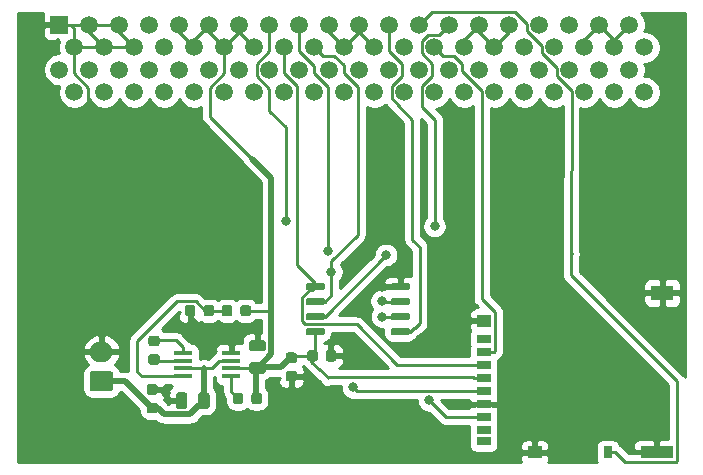
<source format=gbr>
G04 #@! TF.GenerationSoftware,KiCad,Pcbnew,(5.1.5)-3*
G04 #@! TF.CreationDate,2020-05-22T13:07:01-04:00*
G04 #@! TF.ProjectId,uBit_carrier,75426974-5f63-4617-9272-6965722e6b69,rev?*
G04 #@! TF.SameCoordinates,Original*
G04 #@! TF.FileFunction,Copper,L1,Top*
G04 #@! TF.FilePolarity,Positive*
%FSLAX46Y46*%
G04 Gerber Fmt 4.6, Leading zero omitted, Abs format (unit mm)*
G04 Created by KiCad (PCBNEW (5.1.5)-3) date 2020-05-22 13:07:01*
%MOMM*%
%LPD*%
G04 APERTURE LIST*
%ADD10C,0.100000*%
%ADD11R,1.524000X0.457200*%
%ADD12R,1.900000X1.300000*%
%ADD13R,2.800000X1.000000*%
%ADD14R,0.800000X1.000000*%
%ADD15R,1.200000X1.000000*%
%ADD16R,1.200000X0.700000*%
%ADD17O,2.000000X1.700000*%
%ADD18C,1.500000*%
%ADD19R,1.500000X1.500000*%
%ADD20C,0.800000*%
%ADD21C,0.250000*%
%ADD22C,0.500000*%
%ADD23C,0.254000*%
G04 APERTURE END LIST*
G04 #@! TA.AperFunction,SMDPad,CuDef*
D10*
G36*
X159434442Y-106933674D02*
G01*
X159458103Y-106937184D01*
X159481307Y-106942996D01*
X159503829Y-106951054D01*
X159525453Y-106961282D01*
X159545970Y-106973579D01*
X159565183Y-106987829D01*
X159582907Y-107003893D01*
X159598971Y-107021617D01*
X159613221Y-107040830D01*
X159625518Y-107061347D01*
X159635746Y-107082971D01*
X159643804Y-107105493D01*
X159649616Y-107128697D01*
X159653126Y-107152358D01*
X159654300Y-107176250D01*
X159654300Y-108088750D01*
X159653126Y-108112642D01*
X159649616Y-108136303D01*
X159643804Y-108159507D01*
X159635746Y-108182029D01*
X159625518Y-108203653D01*
X159613221Y-108224170D01*
X159598971Y-108243383D01*
X159582907Y-108261107D01*
X159565183Y-108277171D01*
X159545970Y-108291421D01*
X159525453Y-108303718D01*
X159503829Y-108313946D01*
X159481307Y-108322004D01*
X159458103Y-108327816D01*
X159434442Y-108331326D01*
X159410550Y-108332500D01*
X158923050Y-108332500D01*
X158899158Y-108331326D01*
X158875497Y-108327816D01*
X158852293Y-108322004D01*
X158829771Y-108313946D01*
X158808147Y-108303718D01*
X158787630Y-108291421D01*
X158768417Y-108277171D01*
X158750693Y-108261107D01*
X158734629Y-108243383D01*
X158720379Y-108224170D01*
X158708082Y-108203653D01*
X158697854Y-108182029D01*
X158689796Y-108159507D01*
X158683984Y-108136303D01*
X158680474Y-108112642D01*
X158679300Y-108088750D01*
X158679300Y-107176250D01*
X158680474Y-107152358D01*
X158683984Y-107128697D01*
X158689796Y-107105493D01*
X158697854Y-107082971D01*
X158708082Y-107061347D01*
X158720379Y-107040830D01*
X158734629Y-107021617D01*
X158750693Y-107003893D01*
X158768417Y-106987829D01*
X158787630Y-106973579D01*
X158808147Y-106961282D01*
X158829771Y-106951054D01*
X158852293Y-106942996D01*
X158875497Y-106937184D01*
X158899158Y-106933674D01*
X158923050Y-106932500D01*
X159410550Y-106932500D01*
X159434442Y-106933674D01*
G37*
G04 #@! TD.AperFunction*
G04 #@! TA.AperFunction,SMDPad,CuDef*
G36*
X157559442Y-106933674D02*
G01*
X157583103Y-106937184D01*
X157606307Y-106942996D01*
X157628829Y-106951054D01*
X157650453Y-106961282D01*
X157670970Y-106973579D01*
X157690183Y-106987829D01*
X157707907Y-107003893D01*
X157723971Y-107021617D01*
X157738221Y-107040830D01*
X157750518Y-107061347D01*
X157760746Y-107082971D01*
X157768804Y-107105493D01*
X157774616Y-107128697D01*
X157778126Y-107152358D01*
X157779300Y-107176250D01*
X157779300Y-108088750D01*
X157778126Y-108112642D01*
X157774616Y-108136303D01*
X157768804Y-108159507D01*
X157760746Y-108182029D01*
X157750518Y-108203653D01*
X157738221Y-108224170D01*
X157723971Y-108243383D01*
X157707907Y-108261107D01*
X157690183Y-108277171D01*
X157670970Y-108291421D01*
X157650453Y-108303718D01*
X157628829Y-108313946D01*
X157606307Y-108322004D01*
X157583103Y-108327816D01*
X157559442Y-108331326D01*
X157535550Y-108332500D01*
X157048050Y-108332500D01*
X157024158Y-108331326D01*
X157000497Y-108327816D01*
X156977293Y-108322004D01*
X156954771Y-108313946D01*
X156933147Y-108303718D01*
X156912630Y-108291421D01*
X156893417Y-108277171D01*
X156875693Y-108261107D01*
X156859629Y-108243383D01*
X156845379Y-108224170D01*
X156833082Y-108203653D01*
X156822854Y-108182029D01*
X156814796Y-108159507D01*
X156808984Y-108136303D01*
X156805474Y-108112642D01*
X156804300Y-108088750D01*
X156804300Y-107176250D01*
X156805474Y-107152358D01*
X156808984Y-107128697D01*
X156814796Y-107105493D01*
X156822854Y-107082971D01*
X156833082Y-107061347D01*
X156845379Y-107040830D01*
X156859629Y-107021617D01*
X156875693Y-107003893D01*
X156893417Y-106987829D01*
X156912630Y-106973579D01*
X156933147Y-106961282D01*
X156954771Y-106951054D01*
X156977293Y-106942996D01*
X157000497Y-106937184D01*
X157024158Y-106933674D01*
X157048050Y-106932500D01*
X157535550Y-106932500D01*
X157559442Y-106933674D01*
G37*
G04 #@! TD.AperFunction*
G04 #@! TA.AperFunction,SMDPad,CuDef*
G36*
X155230391Y-103716353D02*
G01*
X155251626Y-103719503D01*
X155272450Y-103724719D01*
X155292662Y-103731951D01*
X155312068Y-103741130D01*
X155330481Y-103752166D01*
X155347724Y-103764954D01*
X155363630Y-103779370D01*
X155378046Y-103795276D01*
X155390834Y-103812519D01*
X155401870Y-103830932D01*
X155411049Y-103850338D01*
X155418281Y-103870550D01*
X155423497Y-103891374D01*
X155426647Y-103912609D01*
X155427700Y-103934050D01*
X155427700Y-104371550D01*
X155426647Y-104392991D01*
X155423497Y-104414226D01*
X155418281Y-104435050D01*
X155411049Y-104455262D01*
X155401870Y-104474668D01*
X155390834Y-104493081D01*
X155378046Y-104510324D01*
X155363630Y-104526230D01*
X155347724Y-104540646D01*
X155330481Y-104553434D01*
X155312068Y-104564470D01*
X155292662Y-104573649D01*
X155272450Y-104580881D01*
X155251626Y-104586097D01*
X155230391Y-104589247D01*
X155208950Y-104590300D01*
X154696450Y-104590300D01*
X154675009Y-104589247D01*
X154653774Y-104586097D01*
X154632950Y-104580881D01*
X154612738Y-104573649D01*
X154593332Y-104564470D01*
X154574919Y-104553434D01*
X154557676Y-104540646D01*
X154541770Y-104526230D01*
X154527354Y-104510324D01*
X154514566Y-104493081D01*
X154503530Y-104474668D01*
X154494351Y-104455262D01*
X154487119Y-104435050D01*
X154481903Y-104414226D01*
X154478753Y-104392991D01*
X154477700Y-104371550D01*
X154477700Y-103934050D01*
X154478753Y-103912609D01*
X154481903Y-103891374D01*
X154487119Y-103870550D01*
X154494351Y-103850338D01*
X154503530Y-103830932D01*
X154514566Y-103812519D01*
X154527354Y-103795276D01*
X154541770Y-103779370D01*
X154557676Y-103764954D01*
X154574919Y-103752166D01*
X154593332Y-103741130D01*
X154612738Y-103731951D01*
X154632950Y-103724719D01*
X154653774Y-103719503D01*
X154675009Y-103716353D01*
X154696450Y-103715300D01*
X155208950Y-103715300D01*
X155230391Y-103716353D01*
G37*
G04 #@! TD.AperFunction*
G04 #@! TA.AperFunction,SMDPad,CuDef*
G36*
X155230391Y-102141353D02*
G01*
X155251626Y-102144503D01*
X155272450Y-102149719D01*
X155292662Y-102156951D01*
X155312068Y-102166130D01*
X155330481Y-102177166D01*
X155347724Y-102189954D01*
X155363630Y-102204370D01*
X155378046Y-102220276D01*
X155390834Y-102237519D01*
X155401870Y-102255932D01*
X155411049Y-102275338D01*
X155418281Y-102295550D01*
X155423497Y-102316374D01*
X155426647Y-102337609D01*
X155427700Y-102359050D01*
X155427700Y-102796550D01*
X155426647Y-102817991D01*
X155423497Y-102839226D01*
X155418281Y-102860050D01*
X155411049Y-102880262D01*
X155401870Y-102899668D01*
X155390834Y-102918081D01*
X155378046Y-102935324D01*
X155363630Y-102951230D01*
X155347724Y-102965646D01*
X155330481Y-102978434D01*
X155312068Y-102989470D01*
X155292662Y-102998649D01*
X155272450Y-103005881D01*
X155251626Y-103011097D01*
X155230391Y-103014247D01*
X155208950Y-103015300D01*
X154696450Y-103015300D01*
X154675009Y-103014247D01*
X154653774Y-103011097D01*
X154632950Y-103005881D01*
X154612738Y-102998649D01*
X154593332Y-102989470D01*
X154574919Y-102978434D01*
X154557676Y-102965646D01*
X154541770Y-102951230D01*
X154527354Y-102935324D01*
X154514566Y-102918081D01*
X154503530Y-102899668D01*
X154494351Y-102880262D01*
X154487119Y-102860050D01*
X154481903Y-102839226D01*
X154478753Y-102817991D01*
X154477700Y-102796550D01*
X154477700Y-102359050D01*
X154478753Y-102337609D01*
X154481903Y-102316374D01*
X154487119Y-102295550D01*
X154494351Y-102275338D01*
X154503530Y-102255932D01*
X154514566Y-102237519D01*
X154527354Y-102220276D01*
X154541770Y-102204370D01*
X154557676Y-102189954D01*
X154574919Y-102177166D01*
X154593332Y-102166130D01*
X154612738Y-102156951D01*
X154632950Y-102149719D01*
X154653774Y-102144503D01*
X154675009Y-102141353D01*
X154696450Y-102140300D01*
X155208950Y-102140300D01*
X155230391Y-102141353D01*
G37*
G04 #@! TD.AperFunction*
G04 #@! TA.AperFunction,SMDPad,CuDef*
G36*
X164195842Y-104375274D02*
G01*
X164219503Y-104378784D01*
X164242707Y-104384596D01*
X164265229Y-104392654D01*
X164286853Y-104402882D01*
X164307370Y-104415179D01*
X164326583Y-104429429D01*
X164344307Y-104445493D01*
X164360371Y-104463217D01*
X164374621Y-104482430D01*
X164386918Y-104502947D01*
X164397146Y-104524571D01*
X164405204Y-104547093D01*
X164411016Y-104570297D01*
X164414526Y-104593958D01*
X164415700Y-104617850D01*
X164415700Y-105105350D01*
X164414526Y-105129242D01*
X164411016Y-105152903D01*
X164405204Y-105176107D01*
X164397146Y-105198629D01*
X164386918Y-105220253D01*
X164374621Y-105240770D01*
X164360371Y-105259983D01*
X164344307Y-105277707D01*
X164326583Y-105293771D01*
X164307370Y-105308021D01*
X164286853Y-105320318D01*
X164265229Y-105330546D01*
X164242707Y-105338604D01*
X164219503Y-105344416D01*
X164195842Y-105347926D01*
X164171950Y-105349100D01*
X163259450Y-105349100D01*
X163235558Y-105347926D01*
X163211897Y-105344416D01*
X163188693Y-105338604D01*
X163166171Y-105330546D01*
X163144547Y-105320318D01*
X163124030Y-105308021D01*
X163104817Y-105293771D01*
X163087093Y-105277707D01*
X163071029Y-105259983D01*
X163056779Y-105240770D01*
X163044482Y-105220253D01*
X163034254Y-105198629D01*
X163026196Y-105176107D01*
X163020384Y-105152903D01*
X163016874Y-105129242D01*
X163015700Y-105105350D01*
X163015700Y-104617850D01*
X163016874Y-104593958D01*
X163020384Y-104570297D01*
X163026196Y-104547093D01*
X163034254Y-104524571D01*
X163044482Y-104502947D01*
X163056779Y-104482430D01*
X163071029Y-104463217D01*
X163087093Y-104445493D01*
X163104817Y-104429429D01*
X163124030Y-104415179D01*
X163144547Y-104402882D01*
X163166171Y-104392654D01*
X163188693Y-104384596D01*
X163211897Y-104378784D01*
X163235558Y-104375274D01*
X163259450Y-104374100D01*
X164171950Y-104374100D01*
X164195842Y-104375274D01*
G37*
G04 #@! TD.AperFunction*
G04 #@! TA.AperFunction,SMDPad,CuDef*
G36*
X164195842Y-102500274D02*
G01*
X164219503Y-102503784D01*
X164242707Y-102509596D01*
X164265229Y-102517654D01*
X164286853Y-102527882D01*
X164307370Y-102540179D01*
X164326583Y-102554429D01*
X164344307Y-102570493D01*
X164360371Y-102588217D01*
X164374621Y-102607430D01*
X164386918Y-102627947D01*
X164397146Y-102649571D01*
X164405204Y-102672093D01*
X164411016Y-102695297D01*
X164414526Y-102718958D01*
X164415700Y-102742850D01*
X164415700Y-103230350D01*
X164414526Y-103254242D01*
X164411016Y-103277903D01*
X164405204Y-103301107D01*
X164397146Y-103323629D01*
X164386918Y-103345253D01*
X164374621Y-103365770D01*
X164360371Y-103384983D01*
X164344307Y-103402707D01*
X164326583Y-103418771D01*
X164307370Y-103433021D01*
X164286853Y-103445318D01*
X164265229Y-103455546D01*
X164242707Y-103463604D01*
X164219503Y-103469416D01*
X164195842Y-103472926D01*
X164171950Y-103474100D01*
X163259450Y-103474100D01*
X163235558Y-103472926D01*
X163211897Y-103469416D01*
X163188693Y-103463604D01*
X163166171Y-103455546D01*
X163144547Y-103445318D01*
X163124030Y-103433021D01*
X163104817Y-103418771D01*
X163087093Y-103402707D01*
X163071029Y-103384983D01*
X163056779Y-103365770D01*
X163044482Y-103345253D01*
X163034254Y-103323629D01*
X163026196Y-103301107D01*
X163020384Y-103277903D01*
X163016874Y-103254242D01*
X163015700Y-103230350D01*
X163015700Y-102742850D01*
X163016874Y-102718958D01*
X163020384Y-102695297D01*
X163026196Y-102672093D01*
X163034254Y-102649571D01*
X163044482Y-102627947D01*
X163056779Y-102607430D01*
X163071029Y-102588217D01*
X163087093Y-102570493D01*
X163104817Y-102554429D01*
X163124030Y-102540179D01*
X163144547Y-102527882D01*
X163166171Y-102517654D01*
X163188693Y-102509596D01*
X163211897Y-102503784D01*
X163235558Y-102500274D01*
X163259450Y-102499100D01*
X164171950Y-102499100D01*
X164195842Y-102500274D01*
G37*
G04 #@! TD.AperFunction*
G04 #@! TA.AperFunction,SMDPad,CuDef*
G36*
X155077991Y-107831153D02*
G01*
X155099226Y-107834303D01*
X155120050Y-107839519D01*
X155140262Y-107846751D01*
X155159668Y-107855930D01*
X155178081Y-107866966D01*
X155195324Y-107879754D01*
X155211230Y-107894170D01*
X155225646Y-107910076D01*
X155238434Y-107927319D01*
X155249470Y-107945732D01*
X155258649Y-107965138D01*
X155265881Y-107985350D01*
X155271097Y-108006174D01*
X155274247Y-108027409D01*
X155275300Y-108048850D01*
X155275300Y-108486350D01*
X155274247Y-108507791D01*
X155271097Y-108529026D01*
X155265881Y-108549850D01*
X155258649Y-108570062D01*
X155249470Y-108589468D01*
X155238434Y-108607881D01*
X155225646Y-108625124D01*
X155211230Y-108641030D01*
X155195324Y-108655446D01*
X155178081Y-108668234D01*
X155159668Y-108679270D01*
X155140262Y-108688449D01*
X155120050Y-108695681D01*
X155099226Y-108700897D01*
X155077991Y-108704047D01*
X155056550Y-108705100D01*
X154544050Y-108705100D01*
X154522609Y-108704047D01*
X154501374Y-108700897D01*
X154480550Y-108695681D01*
X154460338Y-108688449D01*
X154440932Y-108679270D01*
X154422519Y-108668234D01*
X154405276Y-108655446D01*
X154389370Y-108641030D01*
X154374954Y-108625124D01*
X154362166Y-108607881D01*
X154351130Y-108589468D01*
X154341951Y-108570062D01*
X154334719Y-108549850D01*
X154329503Y-108529026D01*
X154326353Y-108507791D01*
X154325300Y-108486350D01*
X154325300Y-108048850D01*
X154326353Y-108027409D01*
X154329503Y-108006174D01*
X154334719Y-107985350D01*
X154341951Y-107965138D01*
X154351130Y-107945732D01*
X154362166Y-107927319D01*
X154374954Y-107910076D01*
X154389370Y-107894170D01*
X154405276Y-107879754D01*
X154422519Y-107866966D01*
X154440932Y-107855930D01*
X154460338Y-107846751D01*
X154480550Y-107839519D01*
X154501374Y-107834303D01*
X154522609Y-107831153D01*
X154544050Y-107830100D01*
X155056550Y-107830100D01*
X155077991Y-107831153D01*
G37*
G04 #@! TD.AperFunction*
G04 #@! TA.AperFunction,SMDPad,CuDef*
G36*
X155077991Y-106256153D02*
G01*
X155099226Y-106259303D01*
X155120050Y-106264519D01*
X155140262Y-106271751D01*
X155159668Y-106280930D01*
X155178081Y-106291966D01*
X155195324Y-106304754D01*
X155211230Y-106319170D01*
X155225646Y-106335076D01*
X155238434Y-106352319D01*
X155249470Y-106370732D01*
X155258649Y-106390138D01*
X155265881Y-106410350D01*
X155271097Y-106431174D01*
X155274247Y-106452409D01*
X155275300Y-106473850D01*
X155275300Y-106911350D01*
X155274247Y-106932791D01*
X155271097Y-106954026D01*
X155265881Y-106974850D01*
X155258649Y-106995062D01*
X155249470Y-107014468D01*
X155238434Y-107032881D01*
X155225646Y-107050124D01*
X155211230Y-107066030D01*
X155195324Y-107080446D01*
X155178081Y-107093234D01*
X155159668Y-107104270D01*
X155140262Y-107113449D01*
X155120050Y-107120681D01*
X155099226Y-107125897D01*
X155077991Y-107129047D01*
X155056550Y-107130100D01*
X154544050Y-107130100D01*
X154522609Y-107129047D01*
X154501374Y-107125897D01*
X154480550Y-107120681D01*
X154460338Y-107113449D01*
X154440932Y-107104270D01*
X154422519Y-107093234D01*
X154405276Y-107080446D01*
X154389370Y-107066030D01*
X154374954Y-107050124D01*
X154362166Y-107032881D01*
X154351130Y-107014468D01*
X154341951Y-106995062D01*
X154334719Y-106974850D01*
X154329503Y-106954026D01*
X154326353Y-106932791D01*
X154325300Y-106911350D01*
X154325300Y-106473850D01*
X154326353Y-106452409D01*
X154329503Y-106431174D01*
X154334719Y-106410350D01*
X154341951Y-106390138D01*
X154351130Y-106370732D01*
X154362166Y-106352319D01*
X154374954Y-106335076D01*
X154389370Y-106319170D01*
X154405276Y-106304754D01*
X154422519Y-106291966D01*
X154440932Y-106280930D01*
X154460338Y-106271751D01*
X154480550Y-106264519D01*
X154501374Y-106259303D01*
X154522609Y-106256153D01*
X154544050Y-106255100D01*
X155056550Y-106255100D01*
X155077991Y-106256153D01*
G37*
G04 #@! TD.AperFunction*
G04 #@! TA.AperFunction,SMDPad,CuDef*
G36*
X166863591Y-103563753D02*
G01*
X166884826Y-103566903D01*
X166905650Y-103572119D01*
X166925862Y-103579351D01*
X166945268Y-103588530D01*
X166963681Y-103599566D01*
X166980924Y-103612354D01*
X166996830Y-103626770D01*
X167011246Y-103642676D01*
X167024034Y-103659919D01*
X167035070Y-103678332D01*
X167044249Y-103697738D01*
X167051481Y-103717950D01*
X167056697Y-103738774D01*
X167059847Y-103760009D01*
X167060900Y-103781450D01*
X167060900Y-104218950D01*
X167059847Y-104240391D01*
X167056697Y-104261626D01*
X167051481Y-104282450D01*
X167044249Y-104302662D01*
X167035070Y-104322068D01*
X167024034Y-104340481D01*
X167011246Y-104357724D01*
X166996830Y-104373630D01*
X166980924Y-104388046D01*
X166963681Y-104400834D01*
X166945268Y-104411870D01*
X166925862Y-104421049D01*
X166905650Y-104428281D01*
X166884826Y-104433497D01*
X166863591Y-104436647D01*
X166842150Y-104437700D01*
X166329650Y-104437700D01*
X166308209Y-104436647D01*
X166286974Y-104433497D01*
X166266150Y-104428281D01*
X166245938Y-104421049D01*
X166226532Y-104411870D01*
X166208119Y-104400834D01*
X166190876Y-104388046D01*
X166174970Y-104373630D01*
X166160554Y-104357724D01*
X166147766Y-104340481D01*
X166136730Y-104322068D01*
X166127551Y-104302662D01*
X166120319Y-104282450D01*
X166115103Y-104261626D01*
X166111953Y-104240391D01*
X166110900Y-104218950D01*
X166110900Y-103781450D01*
X166111953Y-103760009D01*
X166115103Y-103738774D01*
X166120319Y-103717950D01*
X166127551Y-103697738D01*
X166136730Y-103678332D01*
X166147766Y-103659919D01*
X166160554Y-103642676D01*
X166174970Y-103626770D01*
X166190876Y-103612354D01*
X166208119Y-103599566D01*
X166226532Y-103588530D01*
X166245938Y-103579351D01*
X166266150Y-103572119D01*
X166286974Y-103566903D01*
X166308209Y-103563753D01*
X166329650Y-103562700D01*
X166842150Y-103562700D01*
X166863591Y-103563753D01*
G37*
G04 #@! TD.AperFunction*
G04 #@! TA.AperFunction,SMDPad,CuDef*
G36*
X166863591Y-105138753D02*
G01*
X166884826Y-105141903D01*
X166905650Y-105147119D01*
X166925862Y-105154351D01*
X166945268Y-105163530D01*
X166963681Y-105174566D01*
X166980924Y-105187354D01*
X166996830Y-105201770D01*
X167011246Y-105217676D01*
X167024034Y-105234919D01*
X167035070Y-105253332D01*
X167044249Y-105272738D01*
X167051481Y-105292950D01*
X167056697Y-105313774D01*
X167059847Y-105335009D01*
X167060900Y-105356450D01*
X167060900Y-105793950D01*
X167059847Y-105815391D01*
X167056697Y-105836626D01*
X167051481Y-105857450D01*
X167044249Y-105877662D01*
X167035070Y-105897068D01*
X167024034Y-105915481D01*
X167011246Y-105932724D01*
X166996830Y-105948630D01*
X166980924Y-105963046D01*
X166963681Y-105975834D01*
X166945268Y-105986870D01*
X166925862Y-105996049D01*
X166905650Y-106003281D01*
X166884826Y-106008497D01*
X166863591Y-106011647D01*
X166842150Y-106012700D01*
X166329650Y-106012700D01*
X166308209Y-106011647D01*
X166286974Y-106008497D01*
X166266150Y-106003281D01*
X166245938Y-105996049D01*
X166226532Y-105986870D01*
X166208119Y-105975834D01*
X166190876Y-105963046D01*
X166174970Y-105948630D01*
X166160554Y-105932724D01*
X166147766Y-105915481D01*
X166136730Y-105897068D01*
X166127551Y-105877662D01*
X166120319Y-105857450D01*
X166115103Y-105836626D01*
X166111953Y-105815391D01*
X166110900Y-105793950D01*
X166110900Y-105356450D01*
X166111953Y-105335009D01*
X166115103Y-105313774D01*
X166120319Y-105292950D01*
X166127551Y-105272738D01*
X166136730Y-105253332D01*
X166147766Y-105234919D01*
X166160554Y-105217676D01*
X166174970Y-105201770D01*
X166190876Y-105187354D01*
X166208119Y-105174566D01*
X166226532Y-105163530D01*
X166245938Y-105154351D01*
X166266150Y-105147119D01*
X166286974Y-105141903D01*
X166308209Y-105138753D01*
X166329650Y-105137700D01*
X166842150Y-105137700D01*
X166863591Y-105138753D01*
G37*
G04 #@! TD.AperFunction*
G04 #@! TA.AperFunction,SMDPad,CuDef*
G36*
X168602691Y-103376053D02*
G01*
X168623926Y-103379203D01*
X168644750Y-103384419D01*
X168664962Y-103391651D01*
X168684368Y-103400830D01*
X168702781Y-103411866D01*
X168720024Y-103424654D01*
X168735930Y-103439070D01*
X168750346Y-103454976D01*
X168763134Y-103472219D01*
X168774170Y-103490632D01*
X168783349Y-103510038D01*
X168790581Y-103530250D01*
X168795797Y-103551074D01*
X168798947Y-103572309D01*
X168800000Y-103593750D01*
X168800000Y-104106250D01*
X168798947Y-104127691D01*
X168795797Y-104148926D01*
X168790581Y-104169750D01*
X168783349Y-104189962D01*
X168774170Y-104209368D01*
X168763134Y-104227781D01*
X168750346Y-104245024D01*
X168735930Y-104260930D01*
X168720024Y-104275346D01*
X168702781Y-104288134D01*
X168684368Y-104299170D01*
X168664962Y-104308349D01*
X168644750Y-104315581D01*
X168623926Y-104320797D01*
X168602691Y-104323947D01*
X168581250Y-104325000D01*
X168143750Y-104325000D01*
X168122309Y-104323947D01*
X168101074Y-104320797D01*
X168080250Y-104315581D01*
X168060038Y-104308349D01*
X168040632Y-104299170D01*
X168022219Y-104288134D01*
X168004976Y-104275346D01*
X167989070Y-104260930D01*
X167974654Y-104245024D01*
X167961866Y-104227781D01*
X167950830Y-104209368D01*
X167941651Y-104189962D01*
X167934419Y-104169750D01*
X167929203Y-104148926D01*
X167926053Y-104127691D01*
X167925000Y-104106250D01*
X167925000Y-103593750D01*
X167926053Y-103572309D01*
X167929203Y-103551074D01*
X167934419Y-103530250D01*
X167941651Y-103510038D01*
X167950830Y-103490632D01*
X167961866Y-103472219D01*
X167974654Y-103454976D01*
X167989070Y-103439070D01*
X168004976Y-103424654D01*
X168022219Y-103411866D01*
X168040632Y-103400830D01*
X168060038Y-103391651D01*
X168080250Y-103384419D01*
X168101074Y-103379203D01*
X168122309Y-103376053D01*
X168143750Y-103375000D01*
X168581250Y-103375000D01*
X168602691Y-103376053D01*
G37*
G04 #@! TD.AperFunction*
G04 #@! TA.AperFunction,SMDPad,CuDef*
G36*
X170177691Y-103376053D02*
G01*
X170198926Y-103379203D01*
X170219750Y-103384419D01*
X170239962Y-103391651D01*
X170259368Y-103400830D01*
X170277781Y-103411866D01*
X170295024Y-103424654D01*
X170310930Y-103439070D01*
X170325346Y-103454976D01*
X170338134Y-103472219D01*
X170349170Y-103490632D01*
X170358349Y-103510038D01*
X170365581Y-103530250D01*
X170370797Y-103551074D01*
X170373947Y-103572309D01*
X170375000Y-103593750D01*
X170375000Y-104106250D01*
X170373947Y-104127691D01*
X170370797Y-104148926D01*
X170365581Y-104169750D01*
X170358349Y-104189962D01*
X170349170Y-104209368D01*
X170338134Y-104227781D01*
X170325346Y-104245024D01*
X170310930Y-104260930D01*
X170295024Y-104275346D01*
X170277781Y-104288134D01*
X170259368Y-104299170D01*
X170239962Y-104308349D01*
X170219750Y-104315581D01*
X170198926Y-104320797D01*
X170177691Y-104323947D01*
X170156250Y-104325000D01*
X169718750Y-104325000D01*
X169697309Y-104323947D01*
X169676074Y-104320797D01*
X169655250Y-104315581D01*
X169635038Y-104308349D01*
X169615632Y-104299170D01*
X169597219Y-104288134D01*
X169579976Y-104275346D01*
X169564070Y-104260930D01*
X169549654Y-104245024D01*
X169536866Y-104227781D01*
X169525830Y-104209368D01*
X169516651Y-104189962D01*
X169509419Y-104169750D01*
X169504203Y-104148926D01*
X169501053Y-104127691D01*
X169500000Y-104106250D01*
X169500000Y-103593750D01*
X169501053Y-103572309D01*
X169504203Y-103551074D01*
X169509419Y-103530250D01*
X169516651Y-103510038D01*
X169525830Y-103490632D01*
X169536866Y-103472219D01*
X169549654Y-103454976D01*
X169564070Y-103439070D01*
X169579976Y-103424654D01*
X169597219Y-103411866D01*
X169615632Y-103400830D01*
X169635038Y-103391651D01*
X169655250Y-103384419D01*
X169676074Y-103379203D01*
X169697309Y-103376053D01*
X169718750Y-103375000D01*
X170156250Y-103375000D01*
X170177691Y-103376053D01*
G37*
G04 #@! TD.AperFunction*
D11*
X157416500Y-105546799D03*
X157416500Y-104896801D03*
X157416500Y-104246799D03*
X157416500Y-103596801D03*
X161505900Y-103596801D03*
X161505900Y-104246799D03*
X161505900Y-104896801D03*
X161505900Y-105546799D03*
G04 #@! TA.AperFunction,SMDPad,CuDef*
D10*
G36*
X163879791Y-106980753D02*
G01*
X163901026Y-106983903D01*
X163921850Y-106989119D01*
X163942062Y-106996351D01*
X163961468Y-107005530D01*
X163979881Y-107016566D01*
X163997124Y-107029354D01*
X164013030Y-107043770D01*
X164027446Y-107059676D01*
X164040234Y-107076919D01*
X164051270Y-107095332D01*
X164060449Y-107114738D01*
X164067681Y-107134950D01*
X164072897Y-107155774D01*
X164076047Y-107177009D01*
X164077100Y-107198450D01*
X164077100Y-107710950D01*
X164076047Y-107732391D01*
X164072897Y-107753626D01*
X164067681Y-107774450D01*
X164060449Y-107794662D01*
X164051270Y-107814068D01*
X164040234Y-107832481D01*
X164027446Y-107849724D01*
X164013030Y-107865630D01*
X163997124Y-107880046D01*
X163979881Y-107892834D01*
X163961468Y-107903870D01*
X163942062Y-107913049D01*
X163921850Y-107920281D01*
X163901026Y-107925497D01*
X163879791Y-107928647D01*
X163858350Y-107929700D01*
X163420850Y-107929700D01*
X163399409Y-107928647D01*
X163378174Y-107925497D01*
X163357350Y-107920281D01*
X163337138Y-107913049D01*
X163317732Y-107903870D01*
X163299319Y-107892834D01*
X163282076Y-107880046D01*
X163266170Y-107865630D01*
X163251754Y-107849724D01*
X163238966Y-107832481D01*
X163227930Y-107814068D01*
X163218751Y-107794662D01*
X163211519Y-107774450D01*
X163206303Y-107753626D01*
X163203153Y-107732391D01*
X163202100Y-107710950D01*
X163202100Y-107198450D01*
X163203153Y-107177009D01*
X163206303Y-107155774D01*
X163211519Y-107134950D01*
X163218751Y-107114738D01*
X163227930Y-107095332D01*
X163238966Y-107076919D01*
X163251754Y-107059676D01*
X163266170Y-107043770D01*
X163282076Y-107029354D01*
X163299319Y-107016566D01*
X163317732Y-107005530D01*
X163337138Y-106996351D01*
X163357350Y-106989119D01*
X163378174Y-106983903D01*
X163399409Y-106980753D01*
X163420850Y-106979700D01*
X163858350Y-106979700D01*
X163879791Y-106980753D01*
G37*
G04 #@! TD.AperFunction*
G04 #@! TA.AperFunction,SMDPad,CuDef*
G36*
X162304791Y-106980753D02*
G01*
X162326026Y-106983903D01*
X162346850Y-106989119D01*
X162367062Y-106996351D01*
X162386468Y-107005530D01*
X162404881Y-107016566D01*
X162422124Y-107029354D01*
X162438030Y-107043770D01*
X162452446Y-107059676D01*
X162465234Y-107076919D01*
X162476270Y-107095332D01*
X162485449Y-107114738D01*
X162492681Y-107134950D01*
X162497897Y-107155774D01*
X162501047Y-107177009D01*
X162502100Y-107198450D01*
X162502100Y-107710950D01*
X162501047Y-107732391D01*
X162497897Y-107753626D01*
X162492681Y-107774450D01*
X162485449Y-107794662D01*
X162476270Y-107814068D01*
X162465234Y-107832481D01*
X162452446Y-107849724D01*
X162438030Y-107865630D01*
X162422124Y-107880046D01*
X162404881Y-107892834D01*
X162386468Y-107903870D01*
X162367062Y-107913049D01*
X162346850Y-107920281D01*
X162326026Y-107925497D01*
X162304791Y-107928647D01*
X162283350Y-107929700D01*
X161845850Y-107929700D01*
X161824409Y-107928647D01*
X161803174Y-107925497D01*
X161782350Y-107920281D01*
X161762138Y-107913049D01*
X161742732Y-107903870D01*
X161724319Y-107892834D01*
X161707076Y-107880046D01*
X161691170Y-107865630D01*
X161676754Y-107849724D01*
X161663966Y-107832481D01*
X161652930Y-107814068D01*
X161643751Y-107794662D01*
X161636519Y-107774450D01*
X161631303Y-107753626D01*
X161628153Y-107732391D01*
X161627100Y-107710950D01*
X161627100Y-107198450D01*
X161628153Y-107177009D01*
X161631303Y-107155774D01*
X161636519Y-107134950D01*
X161643751Y-107114738D01*
X161652930Y-107095332D01*
X161663966Y-107076919D01*
X161676754Y-107059676D01*
X161691170Y-107043770D01*
X161707076Y-107029354D01*
X161724319Y-107016566D01*
X161742732Y-107005530D01*
X161762138Y-106996351D01*
X161782350Y-106989119D01*
X161803174Y-106983903D01*
X161824409Y-106980753D01*
X161845850Y-106979700D01*
X162283350Y-106979700D01*
X162304791Y-106980753D01*
G37*
G04 #@! TD.AperFunction*
G04 #@! TA.AperFunction,SMDPad,CuDef*
G36*
X158266191Y-99551253D02*
G01*
X158287426Y-99554403D01*
X158308250Y-99559619D01*
X158328462Y-99566851D01*
X158347868Y-99576030D01*
X158366281Y-99587066D01*
X158383524Y-99599854D01*
X158399430Y-99614270D01*
X158413846Y-99630176D01*
X158426634Y-99647419D01*
X158437670Y-99665832D01*
X158446849Y-99685238D01*
X158454081Y-99705450D01*
X158459297Y-99726274D01*
X158462447Y-99747509D01*
X158463500Y-99768950D01*
X158463500Y-100281450D01*
X158462447Y-100302891D01*
X158459297Y-100324126D01*
X158454081Y-100344950D01*
X158446849Y-100365162D01*
X158437670Y-100384568D01*
X158426634Y-100402981D01*
X158413846Y-100420224D01*
X158399430Y-100436130D01*
X158383524Y-100450546D01*
X158366281Y-100463334D01*
X158347868Y-100474370D01*
X158328462Y-100483549D01*
X158308250Y-100490781D01*
X158287426Y-100495997D01*
X158266191Y-100499147D01*
X158244750Y-100500200D01*
X157807250Y-100500200D01*
X157785809Y-100499147D01*
X157764574Y-100495997D01*
X157743750Y-100490781D01*
X157723538Y-100483549D01*
X157704132Y-100474370D01*
X157685719Y-100463334D01*
X157668476Y-100450546D01*
X157652570Y-100436130D01*
X157638154Y-100420224D01*
X157625366Y-100402981D01*
X157614330Y-100384568D01*
X157605151Y-100365162D01*
X157597919Y-100344950D01*
X157592703Y-100324126D01*
X157589553Y-100302891D01*
X157588500Y-100281450D01*
X157588500Y-99768950D01*
X157589553Y-99747509D01*
X157592703Y-99726274D01*
X157597919Y-99705450D01*
X157605151Y-99685238D01*
X157614330Y-99665832D01*
X157625366Y-99647419D01*
X157638154Y-99630176D01*
X157652570Y-99614270D01*
X157668476Y-99599854D01*
X157685719Y-99587066D01*
X157704132Y-99576030D01*
X157723538Y-99566851D01*
X157743750Y-99559619D01*
X157764574Y-99554403D01*
X157785809Y-99551253D01*
X157807250Y-99550200D01*
X158244750Y-99550200D01*
X158266191Y-99551253D01*
G37*
G04 #@! TD.AperFunction*
G04 #@! TA.AperFunction,SMDPad,CuDef*
G36*
X159841191Y-99551253D02*
G01*
X159862426Y-99554403D01*
X159883250Y-99559619D01*
X159903462Y-99566851D01*
X159922868Y-99576030D01*
X159941281Y-99587066D01*
X159958524Y-99599854D01*
X159974430Y-99614270D01*
X159988846Y-99630176D01*
X160001634Y-99647419D01*
X160012670Y-99665832D01*
X160021849Y-99685238D01*
X160029081Y-99705450D01*
X160034297Y-99726274D01*
X160037447Y-99747509D01*
X160038500Y-99768950D01*
X160038500Y-100281450D01*
X160037447Y-100302891D01*
X160034297Y-100324126D01*
X160029081Y-100344950D01*
X160021849Y-100365162D01*
X160012670Y-100384568D01*
X160001634Y-100402981D01*
X159988846Y-100420224D01*
X159974430Y-100436130D01*
X159958524Y-100450546D01*
X159941281Y-100463334D01*
X159922868Y-100474370D01*
X159903462Y-100483549D01*
X159883250Y-100490781D01*
X159862426Y-100495997D01*
X159841191Y-100499147D01*
X159819750Y-100500200D01*
X159382250Y-100500200D01*
X159360809Y-100499147D01*
X159339574Y-100495997D01*
X159318750Y-100490781D01*
X159298538Y-100483549D01*
X159279132Y-100474370D01*
X159260719Y-100463334D01*
X159243476Y-100450546D01*
X159227570Y-100436130D01*
X159213154Y-100420224D01*
X159200366Y-100402981D01*
X159189330Y-100384568D01*
X159180151Y-100365162D01*
X159172919Y-100344950D01*
X159167703Y-100324126D01*
X159164553Y-100302891D01*
X159163500Y-100281450D01*
X159163500Y-99768950D01*
X159164553Y-99747509D01*
X159167703Y-99726274D01*
X159172919Y-99705450D01*
X159180151Y-99685238D01*
X159189330Y-99665832D01*
X159200366Y-99647419D01*
X159213154Y-99630176D01*
X159227570Y-99614270D01*
X159243476Y-99599854D01*
X159260719Y-99587066D01*
X159279132Y-99576030D01*
X159298538Y-99566851D01*
X159318750Y-99559619D01*
X159339574Y-99554403D01*
X159360809Y-99551253D01*
X159382250Y-99550200D01*
X159819750Y-99550200D01*
X159841191Y-99551253D01*
G37*
G04 #@! TD.AperFunction*
G04 #@! TA.AperFunction,SMDPad,CuDef*
G36*
X162952691Y-99551253D02*
G01*
X162973926Y-99554403D01*
X162994750Y-99559619D01*
X163014962Y-99566851D01*
X163034368Y-99576030D01*
X163052781Y-99587066D01*
X163070024Y-99599854D01*
X163085930Y-99614270D01*
X163100346Y-99630176D01*
X163113134Y-99647419D01*
X163124170Y-99665832D01*
X163133349Y-99685238D01*
X163140581Y-99705450D01*
X163145797Y-99726274D01*
X163148947Y-99747509D01*
X163150000Y-99768950D01*
X163150000Y-100281450D01*
X163148947Y-100302891D01*
X163145797Y-100324126D01*
X163140581Y-100344950D01*
X163133349Y-100365162D01*
X163124170Y-100384568D01*
X163113134Y-100402981D01*
X163100346Y-100420224D01*
X163085930Y-100436130D01*
X163070024Y-100450546D01*
X163052781Y-100463334D01*
X163034368Y-100474370D01*
X163014962Y-100483549D01*
X162994750Y-100490781D01*
X162973926Y-100495997D01*
X162952691Y-100499147D01*
X162931250Y-100500200D01*
X162493750Y-100500200D01*
X162472309Y-100499147D01*
X162451074Y-100495997D01*
X162430250Y-100490781D01*
X162410038Y-100483549D01*
X162390632Y-100474370D01*
X162372219Y-100463334D01*
X162354976Y-100450546D01*
X162339070Y-100436130D01*
X162324654Y-100420224D01*
X162311866Y-100402981D01*
X162300830Y-100384568D01*
X162291651Y-100365162D01*
X162284419Y-100344950D01*
X162279203Y-100324126D01*
X162276053Y-100302891D01*
X162275000Y-100281450D01*
X162275000Y-99768950D01*
X162276053Y-99747509D01*
X162279203Y-99726274D01*
X162284419Y-99705450D01*
X162291651Y-99685238D01*
X162300830Y-99665832D01*
X162311866Y-99647419D01*
X162324654Y-99630176D01*
X162339070Y-99614270D01*
X162354976Y-99599854D01*
X162372219Y-99587066D01*
X162390632Y-99576030D01*
X162410038Y-99566851D01*
X162430250Y-99559619D01*
X162451074Y-99554403D01*
X162472309Y-99551253D01*
X162493750Y-99550200D01*
X162931250Y-99550200D01*
X162952691Y-99551253D01*
G37*
G04 #@! TD.AperFunction*
G04 #@! TA.AperFunction,SMDPad,CuDef*
G36*
X161377691Y-99551253D02*
G01*
X161398926Y-99554403D01*
X161419750Y-99559619D01*
X161439962Y-99566851D01*
X161459368Y-99576030D01*
X161477781Y-99587066D01*
X161495024Y-99599854D01*
X161510930Y-99614270D01*
X161525346Y-99630176D01*
X161538134Y-99647419D01*
X161549170Y-99665832D01*
X161558349Y-99685238D01*
X161565581Y-99705450D01*
X161570797Y-99726274D01*
X161573947Y-99747509D01*
X161575000Y-99768950D01*
X161575000Y-100281450D01*
X161573947Y-100302891D01*
X161570797Y-100324126D01*
X161565581Y-100344950D01*
X161558349Y-100365162D01*
X161549170Y-100384568D01*
X161538134Y-100402981D01*
X161525346Y-100420224D01*
X161510930Y-100436130D01*
X161495024Y-100450546D01*
X161477781Y-100463334D01*
X161459368Y-100474370D01*
X161439962Y-100483549D01*
X161419750Y-100490781D01*
X161398926Y-100495997D01*
X161377691Y-100499147D01*
X161356250Y-100500200D01*
X160918750Y-100500200D01*
X160897309Y-100499147D01*
X160876074Y-100495997D01*
X160855250Y-100490781D01*
X160835038Y-100483549D01*
X160815632Y-100474370D01*
X160797219Y-100463334D01*
X160779976Y-100450546D01*
X160764070Y-100436130D01*
X160749654Y-100420224D01*
X160736866Y-100402981D01*
X160725830Y-100384568D01*
X160716651Y-100365162D01*
X160709419Y-100344950D01*
X160704203Y-100324126D01*
X160701053Y-100302891D01*
X160700000Y-100281450D01*
X160700000Y-99768950D01*
X160701053Y-99747509D01*
X160704203Y-99726274D01*
X160709419Y-99705450D01*
X160716651Y-99685238D01*
X160725830Y-99665832D01*
X160736866Y-99647419D01*
X160749654Y-99630176D01*
X160764070Y-99614270D01*
X160779976Y-99599854D01*
X160797219Y-99587066D01*
X160815632Y-99576030D01*
X160835038Y-99566851D01*
X160855250Y-99559619D01*
X160876074Y-99554403D01*
X160897309Y-99551253D01*
X160918750Y-99550200D01*
X161356250Y-99550200D01*
X161377691Y-99551253D01*
G37*
G04 #@! TD.AperFunction*
D12*
X197975000Y-98525000D03*
D13*
X197525000Y-112025000D03*
D14*
X193375000Y-112025000D03*
D15*
X187175000Y-112025000D03*
X182875000Y-100875000D03*
D16*
X182875000Y-109025000D03*
X182875000Y-107925000D03*
X182875000Y-106825000D03*
X182875000Y-105725000D03*
X182875000Y-104625000D03*
X182875000Y-103525000D03*
X182875000Y-102425000D03*
X182875000Y-110125000D03*
X182875000Y-111075000D03*
G04 #@! TA.AperFunction,SMDPad,CuDef*
D10*
G36*
X169264703Y-101505722D02*
G01*
X169279264Y-101507882D01*
X169293543Y-101511459D01*
X169307403Y-101516418D01*
X169320710Y-101522712D01*
X169333336Y-101530280D01*
X169345159Y-101539048D01*
X169356066Y-101548934D01*
X169365952Y-101559841D01*
X169374720Y-101571664D01*
X169382288Y-101584290D01*
X169388582Y-101597597D01*
X169393541Y-101611457D01*
X169397118Y-101625736D01*
X169399278Y-101640297D01*
X169400000Y-101655000D01*
X169400000Y-101955000D01*
X169399278Y-101969703D01*
X169397118Y-101984264D01*
X169393541Y-101998543D01*
X169388582Y-102012403D01*
X169382288Y-102025710D01*
X169374720Y-102038336D01*
X169365952Y-102050159D01*
X169356066Y-102061066D01*
X169345159Y-102070952D01*
X169333336Y-102079720D01*
X169320710Y-102087288D01*
X169307403Y-102093582D01*
X169293543Y-102098541D01*
X169279264Y-102102118D01*
X169264703Y-102104278D01*
X169250000Y-102105000D01*
X167950000Y-102105000D01*
X167935297Y-102104278D01*
X167920736Y-102102118D01*
X167906457Y-102098541D01*
X167892597Y-102093582D01*
X167879290Y-102087288D01*
X167866664Y-102079720D01*
X167854841Y-102070952D01*
X167843934Y-102061066D01*
X167834048Y-102050159D01*
X167825280Y-102038336D01*
X167817712Y-102025710D01*
X167811418Y-102012403D01*
X167806459Y-101998543D01*
X167802882Y-101984264D01*
X167800722Y-101969703D01*
X167800000Y-101955000D01*
X167800000Y-101655000D01*
X167800722Y-101640297D01*
X167802882Y-101625736D01*
X167806459Y-101611457D01*
X167811418Y-101597597D01*
X167817712Y-101584290D01*
X167825280Y-101571664D01*
X167834048Y-101559841D01*
X167843934Y-101548934D01*
X167854841Y-101539048D01*
X167866664Y-101530280D01*
X167879290Y-101522712D01*
X167892597Y-101516418D01*
X167906457Y-101511459D01*
X167920736Y-101507882D01*
X167935297Y-101505722D01*
X167950000Y-101505000D01*
X169250000Y-101505000D01*
X169264703Y-101505722D01*
G37*
G04 #@! TD.AperFunction*
G04 #@! TA.AperFunction,SMDPad,CuDef*
G36*
X169264703Y-100235722D02*
G01*
X169279264Y-100237882D01*
X169293543Y-100241459D01*
X169307403Y-100246418D01*
X169320710Y-100252712D01*
X169333336Y-100260280D01*
X169345159Y-100269048D01*
X169356066Y-100278934D01*
X169365952Y-100289841D01*
X169374720Y-100301664D01*
X169382288Y-100314290D01*
X169388582Y-100327597D01*
X169393541Y-100341457D01*
X169397118Y-100355736D01*
X169399278Y-100370297D01*
X169400000Y-100385000D01*
X169400000Y-100685000D01*
X169399278Y-100699703D01*
X169397118Y-100714264D01*
X169393541Y-100728543D01*
X169388582Y-100742403D01*
X169382288Y-100755710D01*
X169374720Y-100768336D01*
X169365952Y-100780159D01*
X169356066Y-100791066D01*
X169345159Y-100800952D01*
X169333336Y-100809720D01*
X169320710Y-100817288D01*
X169307403Y-100823582D01*
X169293543Y-100828541D01*
X169279264Y-100832118D01*
X169264703Y-100834278D01*
X169250000Y-100835000D01*
X167950000Y-100835000D01*
X167935297Y-100834278D01*
X167920736Y-100832118D01*
X167906457Y-100828541D01*
X167892597Y-100823582D01*
X167879290Y-100817288D01*
X167866664Y-100809720D01*
X167854841Y-100800952D01*
X167843934Y-100791066D01*
X167834048Y-100780159D01*
X167825280Y-100768336D01*
X167817712Y-100755710D01*
X167811418Y-100742403D01*
X167806459Y-100728543D01*
X167802882Y-100714264D01*
X167800722Y-100699703D01*
X167800000Y-100685000D01*
X167800000Y-100385000D01*
X167800722Y-100370297D01*
X167802882Y-100355736D01*
X167806459Y-100341457D01*
X167811418Y-100327597D01*
X167817712Y-100314290D01*
X167825280Y-100301664D01*
X167834048Y-100289841D01*
X167843934Y-100278934D01*
X167854841Y-100269048D01*
X167866664Y-100260280D01*
X167879290Y-100252712D01*
X167892597Y-100246418D01*
X167906457Y-100241459D01*
X167920736Y-100237882D01*
X167935297Y-100235722D01*
X167950000Y-100235000D01*
X169250000Y-100235000D01*
X169264703Y-100235722D01*
G37*
G04 #@! TD.AperFunction*
G04 #@! TA.AperFunction,SMDPad,CuDef*
G36*
X169264703Y-98965722D02*
G01*
X169279264Y-98967882D01*
X169293543Y-98971459D01*
X169307403Y-98976418D01*
X169320710Y-98982712D01*
X169333336Y-98990280D01*
X169345159Y-98999048D01*
X169356066Y-99008934D01*
X169365952Y-99019841D01*
X169374720Y-99031664D01*
X169382288Y-99044290D01*
X169388582Y-99057597D01*
X169393541Y-99071457D01*
X169397118Y-99085736D01*
X169399278Y-99100297D01*
X169400000Y-99115000D01*
X169400000Y-99415000D01*
X169399278Y-99429703D01*
X169397118Y-99444264D01*
X169393541Y-99458543D01*
X169388582Y-99472403D01*
X169382288Y-99485710D01*
X169374720Y-99498336D01*
X169365952Y-99510159D01*
X169356066Y-99521066D01*
X169345159Y-99530952D01*
X169333336Y-99539720D01*
X169320710Y-99547288D01*
X169307403Y-99553582D01*
X169293543Y-99558541D01*
X169279264Y-99562118D01*
X169264703Y-99564278D01*
X169250000Y-99565000D01*
X167950000Y-99565000D01*
X167935297Y-99564278D01*
X167920736Y-99562118D01*
X167906457Y-99558541D01*
X167892597Y-99553582D01*
X167879290Y-99547288D01*
X167866664Y-99539720D01*
X167854841Y-99530952D01*
X167843934Y-99521066D01*
X167834048Y-99510159D01*
X167825280Y-99498336D01*
X167817712Y-99485710D01*
X167811418Y-99472403D01*
X167806459Y-99458543D01*
X167802882Y-99444264D01*
X167800722Y-99429703D01*
X167800000Y-99415000D01*
X167800000Y-99115000D01*
X167800722Y-99100297D01*
X167802882Y-99085736D01*
X167806459Y-99071457D01*
X167811418Y-99057597D01*
X167817712Y-99044290D01*
X167825280Y-99031664D01*
X167834048Y-99019841D01*
X167843934Y-99008934D01*
X167854841Y-98999048D01*
X167866664Y-98990280D01*
X167879290Y-98982712D01*
X167892597Y-98976418D01*
X167906457Y-98971459D01*
X167920736Y-98967882D01*
X167935297Y-98965722D01*
X167950000Y-98965000D01*
X169250000Y-98965000D01*
X169264703Y-98965722D01*
G37*
G04 #@! TD.AperFunction*
G04 #@! TA.AperFunction,SMDPad,CuDef*
G36*
X169264703Y-97695722D02*
G01*
X169279264Y-97697882D01*
X169293543Y-97701459D01*
X169307403Y-97706418D01*
X169320710Y-97712712D01*
X169333336Y-97720280D01*
X169345159Y-97729048D01*
X169356066Y-97738934D01*
X169365952Y-97749841D01*
X169374720Y-97761664D01*
X169382288Y-97774290D01*
X169388582Y-97787597D01*
X169393541Y-97801457D01*
X169397118Y-97815736D01*
X169399278Y-97830297D01*
X169400000Y-97845000D01*
X169400000Y-98145000D01*
X169399278Y-98159703D01*
X169397118Y-98174264D01*
X169393541Y-98188543D01*
X169388582Y-98202403D01*
X169382288Y-98215710D01*
X169374720Y-98228336D01*
X169365952Y-98240159D01*
X169356066Y-98251066D01*
X169345159Y-98260952D01*
X169333336Y-98269720D01*
X169320710Y-98277288D01*
X169307403Y-98283582D01*
X169293543Y-98288541D01*
X169279264Y-98292118D01*
X169264703Y-98294278D01*
X169250000Y-98295000D01*
X167950000Y-98295000D01*
X167935297Y-98294278D01*
X167920736Y-98292118D01*
X167906457Y-98288541D01*
X167892597Y-98283582D01*
X167879290Y-98277288D01*
X167866664Y-98269720D01*
X167854841Y-98260952D01*
X167843934Y-98251066D01*
X167834048Y-98240159D01*
X167825280Y-98228336D01*
X167817712Y-98215710D01*
X167811418Y-98202403D01*
X167806459Y-98188543D01*
X167802882Y-98174264D01*
X167800722Y-98159703D01*
X167800000Y-98145000D01*
X167800000Y-97845000D01*
X167800722Y-97830297D01*
X167802882Y-97815736D01*
X167806459Y-97801457D01*
X167811418Y-97787597D01*
X167817712Y-97774290D01*
X167825280Y-97761664D01*
X167834048Y-97749841D01*
X167843934Y-97738934D01*
X167854841Y-97729048D01*
X167866664Y-97720280D01*
X167879290Y-97712712D01*
X167892597Y-97706418D01*
X167906457Y-97701459D01*
X167920736Y-97697882D01*
X167935297Y-97695722D01*
X167950000Y-97695000D01*
X169250000Y-97695000D01*
X169264703Y-97695722D01*
G37*
G04 #@! TD.AperFunction*
G04 #@! TA.AperFunction,SMDPad,CuDef*
G36*
X176464703Y-97695722D02*
G01*
X176479264Y-97697882D01*
X176493543Y-97701459D01*
X176507403Y-97706418D01*
X176520710Y-97712712D01*
X176533336Y-97720280D01*
X176545159Y-97729048D01*
X176556066Y-97738934D01*
X176565952Y-97749841D01*
X176574720Y-97761664D01*
X176582288Y-97774290D01*
X176588582Y-97787597D01*
X176593541Y-97801457D01*
X176597118Y-97815736D01*
X176599278Y-97830297D01*
X176600000Y-97845000D01*
X176600000Y-98145000D01*
X176599278Y-98159703D01*
X176597118Y-98174264D01*
X176593541Y-98188543D01*
X176588582Y-98202403D01*
X176582288Y-98215710D01*
X176574720Y-98228336D01*
X176565952Y-98240159D01*
X176556066Y-98251066D01*
X176545159Y-98260952D01*
X176533336Y-98269720D01*
X176520710Y-98277288D01*
X176507403Y-98283582D01*
X176493543Y-98288541D01*
X176479264Y-98292118D01*
X176464703Y-98294278D01*
X176450000Y-98295000D01*
X175150000Y-98295000D01*
X175135297Y-98294278D01*
X175120736Y-98292118D01*
X175106457Y-98288541D01*
X175092597Y-98283582D01*
X175079290Y-98277288D01*
X175066664Y-98269720D01*
X175054841Y-98260952D01*
X175043934Y-98251066D01*
X175034048Y-98240159D01*
X175025280Y-98228336D01*
X175017712Y-98215710D01*
X175011418Y-98202403D01*
X175006459Y-98188543D01*
X175002882Y-98174264D01*
X175000722Y-98159703D01*
X175000000Y-98145000D01*
X175000000Y-97845000D01*
X175000722Y-97830297D01*
X175002882Y-97815736D01*
X175006459Y-97801457D01*
X175011418Y-97787597D01*
X175017712Y-97774290D01*
X175025280Y-97761664D01*
X175034048Y-97749841D01*
X175043934Y-97738934D01*
X175054841Y-97729048D01*
X175066664Y-97720280D01*
X175079290Y-97712712D01*
X175092597Y-97706418D01*
X175106457Y-97701459D01*
X175120736Y-97697882D01*
X175135297Y-97695722D01*
X175150000Y-97695000D01*
X176450000Y-97695000D01*
X176464703Y-97695722D01*
G37*
G04 #@! TD.AperFunction*
G04 #@! TA.AperFunction,SMDPad,CuDef*
G36*
X176464703Y-98965722D02*
G01*
X176479264Y-98967882D01*
X176493543Y-98971459D01*
X176507403Y-98976418D01*
X176520710Y-98982712D01*
X176533336Y-98990280D01*
X176545159Y-98999048D01*
X176556066Y-99008934D01*
X176565952Y-99019841D01*
X176574720Y-99031664D01*
X176582288Y-99044290D01*
X176588582Y-99057597D01*
X176593541Y-99071457D01*
X176597118Y-99085736D01*
X176599278Y-99100297D01*
X176600000Y-99115000D01*
X176600000Y-99415000D01*
X176599278Y-99429703D01*
X176597118Y-99444264D01*
X176593541Y-99458543D01*
X176588582Y-99472403D01*
X176582288Y-99485710D01*
X176574720Y-99498336D01*
X176565952Y-99510159D01*
X176556066Y-99521066D01*
X176545159Y-99530952D01*
X176533336Y-99539720D01*
X176520710Y-99547288D01*
X176507403Y-99553582D01*
X176493543Y-99558541D01*
X176479264Y-99562118D01*
X176464703Y-99564278D01*
X176450000Y-99565000D01*
X175150000Y-99565000D01*
X175135297Y-99564278D01*
X175120736Y-99562118D01*
X175106457Y-99558541D01*
X175092597Y-99553582D01*
X175079290Y-99547288D01*
X175066664Y-99539720D01*
X175054841Y-99530952D01*
X175043934Y-99521066D01*
X175034048Y-99510159D01*
X175025280Y-99498336D01*
X175017712Y-99485710D01*
X175011418Y-99472403D01*
X175006459Y-99458543D01*
X175002882Y-99444264D01*
X175000722Y-99429703D01*
X175000000Y-99415000D01*
X175000000Y-99115000D01*
X175000722Y-99100297D01*
X175002882Y-99085736D01*
X175006459Y-99071457D01*
X175011418Y-99057597D01*
X175017712Y-99044290D01*
X175025280Y-99031664D01*
X175034048Y-99019841D01*
X175043934Y-99008934D01*
X175054841Y-98999048D01*
X175066664Y-98990280D01*
X175079290Y-98982712D01*
X175092597Y-98976418D01*
X175106457Y-98971459D01*
X175120736Y-98967882D01*
X175135297Y-98965722D01*
X175150000Y-98965000D01*
X176450000Y-98965000D01*
X176464703Y-98965722D01*
G37*
G04 #@! TD.AperFunction*
G04 #@! TA.AperFunction,SMDPad,CuDef*
G36*
X176464703Y-100235722D02*
G01*
X176479264Y-100237882D01*
X176493543Y-100241459D01*
X176507403Y-100246418D01*
X176520710Y-100252712D01*
X176533336Y-100260280D01*
X176545159Y-100269048D01*
X176556066Y-100278934D01*
X176565952Y-100289841D01*
X176574720Y-100301664D01*
X176582288Y-100314290D01*
X176588582Y-100327597D01*
X176593541Y-100341457D01*
X176597118Y-100355736D01*
X176599278Y-100370297D01*
X176600000Y-100385000D01*
X176600000Y-100685000D01*
X176599278Y-100699703D01*
X176597118Y-100714264D01*
X176593541Y-100728543D01*
X176588582Y-100742403D01*
X176582288Y-100755710D01*
X176574720Y-100768336D01*
X176565952Y-100780159D01*
X176556066Y-100791066D01*
X176545159Y-100800952D01*
X176533336Y-100809720D01*
X176520710Y-100817288D01*
X176507403Y-100823582D01*
X176493543Y-100828541D01*
X176479264Y-100832118D01*
X176464703Y-100834278D01*
X176450000Y-100835000D01*
X175150000Y-100835000D01*
X175135297Y-100834278D01*
X175120736Y-100832118D01*
X175106457Y-100828541D01*
X175092597Y-100823582D01*
X175079290Y-100817288D01*
X175066664Y-100809720D01*
X175054841Y-100800952D01*
X175043934Y-100791066D01*
X175034048Y-100780159D01*
X175025280Y-100768336D01*
X175017712Y-100755710D01*
X175011418Y-100742403D01*
X175006459Y-100728543D01*
X175002882Y-100714264D01*
X175000722Y-100699703D01*
X175000000Y-100685000D01*
X175000000Y-100385000D01*
X175000722Y-100370297D01*
X175002882Y-100355736D01*
X175006459Y-100341457D01*
X175011418Y-100327597D01*
X175017712Y-100314290D01*
X175025280Y-100301664D01*
X175034048Y-100289841D01*
X175043934Y-100278934D01*
X175054841Y-100269048D01*
X175066664Y-100260280D01*
X175079290Y-100252712D01*
X175092597Y-100246418D01*
X175106457Y-100241459D01*
X175120736Y-100237882D01*
X175135297Y-100235722D01*
X175150000Y-100235000D01*
X176450000Y-100235000D01*
X176464703Y-100235722D01*
G37*
G04 #@! TD.AperFunction*
G04 #@! TA.AperFunction,SMDPad,CuDef*
G36*
X176464703Y-101505722D02*
G01*
X176479264Y-101507882D01*
X176493543Y-101511459D01*
X176507403Y-101516418D01*
X176520710Y-101522712D01*
X176533336Y-101530280D01*
X176545159Y-101539048D01*
X176556066Y-101548934D01*
X176565952Y-101559841D01*
X176574720Y-101571664D01*
X176582288Y-101584290D01*
X176588582Y-101597597D01*
X176593541Y-101611457D01*
X176597118Y-101625736D01*
X176599278Y-101640297D01*
X176600000Y-101655000D01*
X176600000Y-101955000D01*
X176599278Y-101969703D01*
X176597118Y-101984264D01*
X176593541Y-101998543D01*
X176588582Y-102012403D01*
X176582288Y-102025710D01*
X176574720Y-102038336D01*
X176565952Y-102050159D01*
X176556066Y-102061066D01*
X176545159Y-102070952D01*
X176533336Y-102079720D01*
X176520710Y-102087288D01*
X176507403Y-102093582D01*
X176493543Y-102098541D01*
X176479264Y-102102118D01*
X176464703Y-102104278D01*
X176450000Y-102105000D01*
X175150000Y-102105000D01*
X175135297Y-102104278D01*
X175120736Y-102102118D01*
X175106457Y-102098541D01*
X175092597Y-102093582D01*
X175079290Y-102087288D01*
X175066664Y-102079720D01*
X175054841Y-102070952D01*
X175043934Y-102061066D01*
X175034048Y-102050159D01*
X175025280Y-102038336D01*
X175017712Y-102025710D01*
X175011418Y-102012403D01*
X175006459Y-101998543D01*
X175002882Y-101984264D01*
X175000722Y-101969703D01*
X175000000Y-101955000D01*
X175000000Y-101655000D01*
X175000722Y-101640297D01*
X175002882Y-101625736D01*
X175006459Y-101611457D01*
X175011418Y-101597597D01*
X175017712Y-101584290D01*
X175025280Y-101571664D01*
X175034048Y-101559841D01*
X175043934Y-101548934D01*
X175054841Y-101539048D01*
X175066664Y-101530280D01*
X175079290Y-101522712D01*
X175092597Y-101516418D01*
X175106457Y-101511459D01*
X175120736Y-101507882D01*
X175135297Y-101505722D01*
X175150000Y-101505000D01*
X176450000Y-101505000D01*
X176464703Y-101505722D01*
G37*
G04 #@! TD.AperFunction*
D17*
X150500000Y-103500000D03*
G04 #@! TA.AperFunction,ComponentPad*
D10*
G36*
X151274504Y-105151204D02*
G01*
X151298773Y-105154804D01*
X151322571Y-105160765D01*
X151345671Y-105169030D01*
X151367849Y-105179520D01*
X151388893Y-105192133D01*
X151408598Y-105206747D01*
X151426777Y-105223223D01*
X151443253Y-105241402D01*
X151457867Y-105261107D01*
X151470480Y-105282151D01*
X151480970Y-105304329D01*
X151489235Y-105327429D01*
X151495196Y-105351227D01*
X151498796Y-105375496D01*
X151500000Y-105400000D01*
X151500000Y-106600000D01*
X151498796Y-106624504D01*
X151495196Y-106648773D01*
X151489235Y-106672571D01*
X151480970Y-106695671D01*
X151470480Y-106717849D01*
X151457867Y-106738893D01*
X151443253Y-106758598D01*
X151426777Y-106776777D01*
X151408598Y-106793253D01*
X151388893Y-106807867D01*
X151367849Y-106820480D01*
X151345671Y-106830970D01*
X151322571Y-106839235D01*
X151298773Y-106845196D01*
X151274504Y-106848796D01*
X151250000Y-106850000D01*
X149750000Y-106850000D01*
X149725496Y-106848796D01*
X149701227Y-106845196D01*
X149677429Y-106839235D01*
X149654329Y-106830970D01*
X149632151Y-106820480D01*
X149611107Y-106807867D01*
X149591402Y-106793253D01*
X149573223Y-106776777D01*
X149556747Y-106758598D01*
X149542133Y-106738893D01*
X149529520Y-106717849D01*
X149519030Y-106695671D01*
X149510765Y-106672571D01*
X149504804Y-106648773D01*
X149501204Y-106624504D01*
X149500000Y-106600000D01*
X149500000Y-105400000D01*
X149501204Y-105375496D01*
X149504804Y-105351227D01*
X149510765Y-105327429D01*
X149519030Y-105304329D01*
X149529520Y-105282151D01*
X149542133Y-105261107D01*
X149556747Y-105241402D01*
X149573223Y-105223223D01*
X149591402Y-105206747D01*
X149611107Y-105192133D01*
X149632151Y-105179520D01*
X149654329Y-105169030D01*
X149677429Y-105160765D01*
X149701227Y-105154804D01*
X149725496Y-105151204D01*
X149750000Y-105150000D01*
X151250000Y-105150000D01*
X151274504Y-105151204D01*
G37*
G04 #@! TD.AperFunction*
D18*
X196460000Y-81525000D03*
X196460000Y-77725000D03*
X195190000Y-79625000D03*
X195190000Y-75825000D03*
X193920000Y-81525000D03*
X193920000Y-77725000D03*
X192650000Y-79625000D03*
X192650000Y-75825000D03*
X191380000Y-81525000D03*
X191380000Y-77725000D03*
X190110000Y-79625000D03*
X190110000Y-75825000D03*
X188840000Y-81525000D03*
X188840000Y-77725000D03*
X187570000Y-79625000D03*
X187570000Y-75825000D03*
X186300000Y-81525000D03*
X186300000Y-77725000D03*
X185030000Y-79625000D03*
X185030000Y-75825000D03*
X183760000Y-81525000D03*
X183760000Y-77725000D03*
X182490000Y-79625000D03*
X182490000Y-75825000D03*
X181220000Y-81525000D03*
X181220000Y-77725000D03*
X179950000Y-79625000D03*
X179950000Y-75825000D03*
X178680000Y-81525000D03*
X178680000Y-77725000D03*
X177410000Y-79625000D03*
X177410000Y-75825000D03*
X176140000Y-81525000D03*
X176140000Y-77725000D03*
X174870000Y-79625000D03*
X174870000Y-75825000D03*
X173600000Y-81525000D03*
X173600000Y-77725000D03*
X172330000Y-79625000D03*
X172330000Y-75825000D03*
X171060000Y-81525000D03*
X171060000Y-77725000D03*
X169790000Y-79625000D03*
X169790000Y-75825000D03*
X168520000Y-81525000D03*
X168520000Y-77725000D03*
X167250000Y-79625000D03*
X167250000Y-75825000D03*
X165980000Y-81525000D03*
X165980000Y-77725000D03*
X164710000Y-79625000D03*
X164710000Y-75825000D03*
X163440000Y-81525000D03*
X163440000Y-77725000D03*
X162170000Y-79625000D03*
X162170000Y-75825000D03*
X160900000Y-81525000D03*
X160900000Y-77725000D03*
X159630000Y-79625000D03*
X159630000Y-75825000D03*
X158360000Y-81525000D03*
X158360000Y-77725000D03*
X157090000Y-79625000D03*
X157090000Y-75825000D03*
X155820000Y-81525000D03*
X155820000Y-77725000D03*
X154550000Y-79625000D03*
X154550000Y-75825000D03*
X153280000Y-81525000D03*
X153280000Y-77725000D03*
X152010000Y-79625000D03*
X152010000Y-75825000D03*
X150740000Y-81525000D03*
X150740000Y-77725000D03*
X149470000Y-79625000D03*
X149470000Y-75825000D03*
X148200000Y-81525000D03*
X148200000Y-77725000D03*
X146930000Y-79625000D03*
D19*
X146930000Y-75825000D03*
D20*
X161518600Y-102209600D03*
X173240700Y-104444800D03*
X176364900Y-103390700D03*
X160604200Y-107353100D03*
X156718000Y-101295200D03*
X199237600Y-75692000D03*
X180822600Y-112052100D03*
X174244000Y-97980500D03*
X156006800Y-106984800D03*
X174040800Y-84086700D03*
X180682900Y-84150200D03*
X172859700Y-94919800D03*
X186397900Y-83832700D03*
X174600000Y-95300000D03*
X178714400Y-92875100D03*
X178244500Y-107619800D03*
X174244000Y-100520500D03*
X169700000Y-94973002D03*
X174218600Y-99199700D03*
X166103300Y-92405200D03*
X171792900Y-106514900D03*
X169975000Y-96735900D03*
D21*
X147930000Y-75825000D02*
X152010000Y-75825000D01*
X153280000Y-77725000D02*
X148200000Y-77725000D01*
X149470000Y-76455000D02*
X150740000Y-77725000D01*
X149470000Y-75825000D02*
X149470000Y-76455000D01*
X152010000Y-76455000D02*
X153280000Y-77725000D01*
X152010000Y-75825000D02*
X152010000Y-76455000D01*
X148200000Y-76664340D02*
X148200000Y-77725000D01*
X147930000Y-75825000D02*
X148200000Y-76095000D01*
X148200000Y-76095000D02*
X148200000Y-76664340D01*
X146930000Y-75825000D02*
X147930000Y-75825000D01*
X148200000Y-79933998D02*
X149400000Y-81133998D01*
X148200000Y-77725000D02*
X148200000Y-79933998D01*
X149400000Y-81133998D02*
X149400000Y-83300000D01*
X161505900Y-103596801D02*
X161505900Y-102222300D01*
X161505900Y-102222300D02*
X161518600Y-102209600D01*
X158026000Y-100500200D02*
X158026000Y-100025200D01*
X159335401Y-101809601D02*
X158026000Y-100500200D01*
X161118601Y-101809601D02*
X159335401Y-101809601D01*
X161518600Y-102209600D02*
X161118601Y-101809601D01*
X175800000Y-97995000D02*
X174258500Y-97995000D01*
X174258500Y-97995000D02*
X174244000Y-97980500D01*
X191380000Y-77095000D02*
X192650000Y-75825000D01*
X191380000Y-77725000D02*
X191380000Y-77095000D01*
X193920000Y-77095000D02*
X192650000Y-75825000D01*
X193920000Y-77095000D02*
X195190000Y-75825000D01*
X193920000Y-77725000D02*
X193920000Y-77095000D01*
X181220000Y-77095000D02*
X182490000Y-75825000D01*
X181220000Y-77725000D02*
X181220000Y-77095000D01*
X182490000Y-76455000D02*
X183760000Y-77725000D01*
X182490000Y-75825000D02*
X182490000Y-76455000D01*
X185030000Y-76455000D02*
X183760000Y-77725000D01*
X185030000Y-75825000D02*
X185030000Y-76455000D01*
X174600000Y-95335000D02*
X174600000Y-95300000D01*
X168600000Y-100535000D02*
X169400000Y-100535000D01*
X169400000Y-100535000D02*
X174600000Y-95335000D01*
X178485001Y-79108999D02*
X178485001Y-80128997D01*
X179125001Y-76649999D02*
X178163999Y-76649999D01*
X179950000Y-75825000D02*
X179125001Y-76649999D01*
X177604999Y-77208999D02*
X177604999Y-78228997D01*
X178485001Y-80128997D02*
X177604999Y-81008999D01*
X178163999Y-76649999D02*
X177604999Y-77208999D01*
X177604999Y-81008999D02*
X177604999Y-82748699D01*
X177604999Y-78228997D02*
X178485001Y-79108999D01*
X177604999Y-82748699D02*
X178739800Y-83883500D01*
X178739800Y-83883500D02*
X178739800Y-92849700D01*
X178739800Y-92849700D02*
X178714400Y-92875100D01*
X169790000Y-76455000D02*
X171060000Y-77725000D01*
X169790000Y-75825000D02*
X169790000Y-76455000D01*
X172330000Y-76455000D02*
X171060000Y-77725000D01*
X172330000Y-76455000D02*
X173600000Y-77725000D01*
X172330000Y-75825000D02*
X172330000Y-76455000D01*
X175800000Y-100535000D02*
X175000000Y-100535000D01*
X175800000Y-100535000D02*
X174258500Y-100535000D01*
X174258500Y-100535000D02*
X174244000Y-100520500D01*
X179649700Y-109025000D02*
X178244500Y-107619800D01*
X182875000Y-109025000D02*
X179649700Y-109025000D01*
X169700000Y-81126002D02*
X169700000Y-82800000D01*
X168500000Y-79926002D02*
X169700000Y-81126002D01*
X168500000Y-79296002D02*
X168500000Y-79926002D01*
X167250000Y-75825000D02*
X167250000Y-78046002D01*
X167250000Y-78046002D02*
X168500000Y-79296002D01*
X169700000Y-82800000D02*
X169700000Y-94973002D01*
X165980000Y-79933998D02*
X165980000Y-77725000D01*
X167055001Y-81008999D02*
X165980000Y-79933998D01*
X168600000Y-97695000D02*
X167055001Y-96150001D01*
X167055001Y-96150001D02*
X167055001Y-81008999D01*
X168600000Y-97995000D02*
X168600000Y-97695000D01*
X167773222Y-101179990D02*
X172109490Y-101179990D01*
X168600000Y-97995000D02*
X168300000Y-98295000D01*
X168300000Y-98295000D02*
X168098232Y-98295000D01*
X168098232Y-98295000D02*
X167474990Y-98918242D01*
X167474990Y-100881758D02*
X167773222Y-101179990D01*
X167474990Y-98918242D02*
X167474990Y-100881758D01*
X175554500Y-104625000D02*
X182875000Y-104625000D01*
X172109490Y-101179990D02*
X175554500Y-104625000D01*
X164710000Y-78033998D02*
X163634999Y-79108999D01*
X164710000Y-75825000D02*
X164710000Y-78033998D01*
X163634999Y-80141001D02*
X164710000Y-81216002D01*
X163634999Y-79108999D02*
X163634999Y-80141001D01*
X164710000Y-81216002D02*
X164710000Y-83112500D01*
X175800000Y-99265000D02*
X174283900Y-99265000D01*
X174283900Y-99265000D02*
X174218600Y-99199700D01*
X166103300Y-92405200D02*
X166103300Y-84505800D01*
X166103300Y-84505800D02*
X164710000Y-83112500D01*
X157090000Y-76455000D02*
X158360000Y-77725000D01*
X157090000Y-75825000D02*
X157090000Y-76455000D01*
X158360000Y-77095000D02*
X159630000Y-75825000D01*
X158360000Y-77725000D02*
X158360000Y-77095000D01*
X159630000Y-76455000D02*
X160900000Y-77725000D01*
X159630000Y-75825000D02*
X159630000Y-76455000D01*
X162170000Y-76455000D02*
X160900000Y-77725000D01*
X162170000Y-76455000D02*
X163440000Y-77725000D01*
X162170000Y-75825000D02*
X162170000Y-76455000D01*
X160900000Y-79933998D02*
X159700000Y-81133998D01*
X160900000Y-77725000D02*
X160900000Y-79933998D01*
X159700000Y-81133998D02*
X159700000Y-83600000D01*
X168600000Y-103525000D02*
X168275000Y-103850000D01*
X168600000Y-101805000D02*
X168600000Y-103525000D01*
X168545000Y-101860000D02*
X168600000Y-101805000D01*
X166648600Y-103850000D02*
X166585900Y-103912700D01*
X168275000Y-103850000D02*
X166648600Y-103850000D01*
D22*
X165698100Y-104800500D02*
X166585900Y-103912700D01*
X163588700Y-104800500D02*
X165698100Y-104800500D01*
X163588700Y-107403800D02*
X163639600Y-107454700D01*
X163588700Y-104800500D02*
X163588700Y-107403800D01*
D21*
X163492399Y-104896801D02*
X163588700Y-104800500D01*
X161505900Y-104896801D02*
X163492399Y-104896801D01*
X163150000Y-100025200D02*
X162712500Y-100025200D01*
D22*
X164513710Y-88413710D02*
X163284700Y-87184700D01*
X163588700Y-104800500D02*
X164063700Y-104800500D01*
D21*
X163284700Y-87184700D02*
X159700000Y-83600000D01*
X163360000Y-87260000D02*
X163284700Y-87184700D01*
X168275000Y-104325000D02*
X168275000Y-103850000D01*
X181964000Y-105664000D02*
X169672000Y-105664000D01*
X182025000Y-105725000D02*
X181964000Y-105664000D01*
X182875000Y-105725000D02*
X182025000Y-105725000D01*
X169675000Y-105725000D02*
X169672000Y-105664000D01*
X169672000Y-105664000D02*
X168275000Y-104325000D01*
D22*
X164865710Y-88765710D02*
X164513710Y-88413710D01*
X163715700Y-104861600D02*
X164865710Y-103711590D01*
D21*
X162712500Y-100025200D02*
X164858700Y-100025200D01*
X164858700Y-100025200D02*
X164871400Y-100012500D01*
D22*
X164865710Y-103711590D02*
X164871400Y-100012500D01*
X164871400Y-100012500D02*
X164865710Y-88765710D01*
D21*
X182875000Y-106825000D02*
X172103000Y-106825000D01*
X172103000Y-106825000D02*
X171792900Y-106514900D01*
X169400000Y-99265000D02*
X168600000Y-99265000D01*
X169975000Y-98690000D02*
X169400000Y-99265000D01*
X169975000Y-96735900D02*
X169975000Y-98690000D01*
X169975000Y-96735900D02*
X169975000Y-95836000D01*
X168520000Y-77725000D02*
X169269999Y-78474999D01*
X169269999Y-78474999D02*
X170231001Y-78474999D01*
X171000000Y-79886002D02*
X172213998Y-81100000D01*
X171000000Y-79243998D02*
X171000000Y-79886002D01*
X172200000Y-81100000D02*
X172213998Y-82686002D01*
X172213998Y-81100000D02*
X172200000Y-81100000D01*
X170231001Y-78474999D02*
X171000000Y-79243998D01*
X172186600Y-93624400D02*
X172200000Y-81100000D01*
X169975000Y-95836000D02*
X172186600Y-93624400D01*
X154959199Y-104246799D02*
X154952700Y-104240300D01*
X157416500Y-104246799D02*
X154959199Y-104246799D01*
X157416500Y-103118201D02*
X156788599Y-102490300D01*
X155427700Y-102490300D02*
X154952700Y-102490300D01*
X156788599Y-102490300D02*
X155427700Y-102490300D01*
X157416500Y-103596801D02*
X157416500Y-103118201D01*
X183800001Y-103449999D02*
X183725000Y-103525000D01*
X183800001Y-100114999D02*
X183800001Y-103449999D01*
X183725000Y-103525000D02*
X182875000Y-103525000D01*
X181025001Y-79738999D02*
X182684999Y-81398997D01*
X181025001Y-79108999D02*
X181025001Y-79738999D01*
X180391001Y-78474999D02*
X181025001Y-79108999D01*
X182684999Y-98999997D02*
X183800001Y-100114999D01*
X179429999Y-78474999D02*
X180391001Y-78474999D01*
X182684999Y-81398997D02*
X182684999Y-98999997D01*
X178680000Y-77725000D02*
X179429999Y-78474999D01*
X189034999Y-79498997D02*
X189034999Y-80141001D01*
X187764999Y-78228997D02*
X189034999Y-79498997D01*
X178485001Y-74749999D02*
X185506699Y-74749999D01*
X189034999Y-80141001D02*
X190304999Y-81411001D01*
X185506699Y-74749999D02*
X186494999Y-75738299D01*
X177410000Y-75825000D02*
X178485001Y-74749999D01*
X187764999Y-77611001D02*
X187764999Y-78228997D01*
X186494999Y-75738299D02*
X186494999Y-76341001D01*
X186494999Y-76341001D02*
X187764999Y-77611001D01*
X199250001Y-112785001D02*
X199250001Y-105993901D01*
X199185001Y-112850001D02*
X199250001Y-112785001D01*
X194850001Y-112850001D02*
X199185001Y-112850001D01*
X193375000Y-112025000D02*
X194025000Y-112025000D01*
X194025000Y-112025000D02*
X194850001Y-112850001D01*
X199250001Y-105993901D02*
X190284100Y-97028000D01*
X190284100Y-97028000D02*
X190284100Y-94983300D01*
X190304999Y-81411001D02*
X190284100Y-94983300D01*
X190284100Y-94983300D02*
X190304999Y-95207399D01*
X174870000Y-76885660D02*
X174870000Y-75825000D01*
X174870000Y-78046002D02*
X174870000Y-76885660D01*
X175945001Y-79121003D02*
X174870000Y-78046002D01*
X175064999Y-82041001D02*
X175064999Y-81030501D01*
X175064999Y-81030501D02*
X175958500Y-80137000D01*
X176600000Y-101805000D02*
X176925010Y-101479990D01*
X175623999Y-82600001D02*
X175064999Y-82041001D01*
X175958500Y-80137000D02*
X175945001Y-79121003D01*
X175800000Y-101805000D02*
X176600000Y-101805000D01*
X175945001Y-80141001D02*
X175958500Y-80137000D01*
X175623999Y-82647299D02*
X176834800Y-83858100D01*
X175623999Y-82600001D02*
X175623999Y-82647299D01*
X176925010Y-101479990D02*
X177031010Y-101479990D01*
X177031010Y-101479990D02*
X177431700Y-101079300D01*
X177431700Y-101079300D02*
X177431700Y-94615000D01*
X176834800Y-94018100D02*
X176834800Y-83858100D01*
X177431700Y-94615000D02*
X176834800Y-94018100D01*
X161137500Y-100025200D02*
X159601000Y-100025200D01*
X153908399Y-105546799D02*
X157416500Y-105546799D01*
X153543000Y-105181400D02*
X153908399Y-105546799D01*
X159601000Y-100025200D02*
X159269994Y-100025200D01*
X156897300Y-99225190D02*
X153543000Y-102579490D01*
X159269994Y-100025200D02*
X158469984Y-99225190D01*
X158469984Y-99225190D02*
X156897300Y-99225190D01*
X153543000Y-102579490D02*
X153543000Y-105181400D01*
X158428500Y-104896801D02*
X157416500Y-104896801D01*
X160493900Y-104246799D02*
X159843898Y-104896801D01*
X161505900Y-104246799D02*
X160493900Y-104246799D01*
D22*
X159143800Y-107688400D02*
X159143800Y-107213400D01*
X150500000Y-106000000D02*
X151500000Y-106000000D01*
D21*
X159843898Y-104896801D02*
X159143700Y-104902000D01*
X159143700Y-104902000D02*
X158428500Y-104896801D01*
D22*
X152532700Y-106000000D02*
X154800300Y-108267600D01*
X150500000Y-106000000D02*
X152532700Y-106000000D01*
X158681273Y-108118027D02*
X159166800Y-107632500D01*
X155790210Y-108782510D02*
X158016790Y-108782510D01*
X155275300Y-108267600D02*
X155790210Y-108782510D01*
X158016790Y-108782510D02*
X158681273Y-108118027D01*
X154800300Y-108267600D02*
X155275300Y-108267600D01*
X159143700Y-106909400D02*
X159143700Y-104902000D01*
X159166800Y-106932500D02*
X159143700Y-106909400D01*
X159166800Y-107632500D02*
X159166800Y-106932500D01*
D21*
X161505900Y-106896000D02*
X162064600Y-107454700D01*
X161505900Y-105546799D02*
X161505900Y-106896000D01*
D23*
G36*
X145554188Y-74950518D02*
G01*
X145541928Y-75075000D01*
X145545000Y-75539250D01*
X145703750Y-75698000D01*
X146803000Y-75698000D01*
X146803000Y-75678000D01*
X147057000Y-75678000D01*
X147057000Y-75698000D01*
X147077000Y-75698000D01*
X147077000Y-75952000D01*
X147057000Y-75952000D01*
X147057000Y-75972000D01*
X146803000Y-75972000D01*
X146803000Y-75952000D01*
X145703750Y-75952000D01*
X145545000Y-76110750D01*
X145541928Y-76575000D01*
X145554188Y-76699482D01*
X145590498Y-76819180D01*
X145649463Y-76929494D01*
X145728815Y-77026185D01*
X145825506Y-77105537D01*
X145935820Y-77164502D01*
X146055518Y-77200812D01*
X146180000Y-77213072D01*
X146644250Y-77210000D01*
X146802998Y-77051252D01*
X146802998Y-77210000D01*
X146911758Y-77210000D01*
X146888240Y-77260116D01*
X146822750Y-77524960D01*
X146810188Y-77797492D01*
X146851035Y-78067238D01*
X146913441Y-78240000D01*
X146793589Y-78240000D01*
X146526011Y-78293225D01*
X146273957Y-78397629D01*
X146047114Y-78549201D01*
X145854201Y-78742114D01*
X145702629Y-78968957D01*
X145598225Y-79221011D01*
X145545000Y-79488589D01*
X145545000Y-79761411D01*
X145598225Y-80028989D01*
X145702629Y-80281043D01*
X145854201Y-80507886D01*
X146047114Y-80700799D01*
X146273957Y-80852371D01*
X146526011Y-80956775D01*
X146793589Y-81010000D01*
X146914207Y-81010000D01*
X146868225Y-81121011D01*
X146815000Y-81388589D01*
X146815000Y-81661411D01*
X146868225Y-81928989D01*
X146972629Y-82181043D01*
X147124201Y-82407886D01*
X147317114Y-82600799D01*
X147543957Y-82752371D01*
X147796011Y-82856775D01*
X148063589Y-82910000D01*
X148336411Y-82910000D01*
X148603989Y-82856775D01*
X148856043Y-82752371D01*
X149082886Y-82600799D01*
X149275799Y-82407886D01*
X149427371Y-82181043D01*
X149470000Y-82078127D01*
X149512629Y-82181043D01*
X149664201Y-82407886D01*
X149857114Y-82600799D01*
X150083957Y-82752371D01*
X150336011Y-82856775D01*
X150603589Y-82910000D01*
X150876411Y-82910000D01*
X151143989Y-82856775D01*
X151396043Y-82752371D01*
X151622886Y-82600799D01*
X151815799Y-82407886D01*
X151967371Y-82181043D01*
X152010000Y-82078127D01*
X152052629Y-82181043D01*
X152204201Y-82407886D01*
X152397114Y-82600799D01*
X152623957Y-82752371D01*
X152876011Y-82856775D01*
X153143589Y-82910000D01*
X153416411Y-82910000D01*
X153683989Y-82856775D01*
X153936043Y-82752371D01*
X154162886Y-82600799D01*
X154355799Y-82407886D01*
X154507371Y-82181043D01*
X154550000Y-82078127D01*
X154592629Y-82181043D01*
X154744201Y-82407886D01*
X154937114Y-82600799D01*
X155163957Y-82752371D01*
X155416011Y-82856775D01*
X155683589Y-82910000D01*
X155956411Y-82910000D01*
X156223989Y-82856775D01*
X156476043Y-82752371D01*
X156702886Y-82600799D01*
X156895799Y-82407886D01*
X157047371Y-82181043D01*
X157090000Y-82078127D01*
X157132629Y-82181043D01*
X157284201Y-82407886D01*
X157477114Y-82600799D01*
X157703957Y-82752371D01*
X157956011Y-82856775D01*
X158223589Y-82910000D01*
X158496411Y-82910000D01*
X158763989Y-82856775D01*
X158940001Y-82783869D01*
X158940001Y-83562668D01*
X158936324Y-83600000D01*
X158940001Y-83637333D01*
X158950998Y-83748986D01*
X158964180Y-83792442D01*
X158994454Y-83892246D01*
X159065026Y-84024276D01*
X159112009Y-84081524D01*
X159160000Y-84140001D01*
X159188998Y-84163799D01*
X162425184Y-87399986D01*
X162463112Y-87525013D01*
X162545290Y-87678759D01*
X162628168Y-87779746D01*
X163918663Y-89070242D01*
X163918669Y-89070247D01*
X163980896Y-89132474D01*
X163986023Y-99265200D01*
X163620918Y-99265200D01*
X163537115Y-99163085D01*
X163407275Y-99056529D01*
X163259142Y-98977350D01*
X163098408Y-98928592D01*
X162931250Y-98912128D01*
X162493750Y-98912128D01*
X162326592Y-98928592D01*
X162165858Y-98977350D01*
X162017725Y-99056529D01*
X161925000Y-99132626D01*
X161832275Y-99056529D01*
X161684142Y-98977350D01*
X161523408Y-98928592D01*
X161356250Y-98912128D01*
X160918750Y-98912128D01*
X160751592Y-98928592D01*
X160590858Y-98977350D01*
X160442725Y-99056529D01*
X160369250Y-99116828D01*
X160295775Y-99056529D01*
X160147642Y-98977350D01*
X159986908Y-98928592D01*
X159819750Y-98912128D01*
X159382250Y-98912128D01*
X159245220Y-98925625D01*
X159033787Y-98714192D01*
X159009985Y-98685189D01*
X158894260Y-98590216D01*
X158762231Y-98519644D01*
X158618970Y-98476187D01*
X158507317Y-98465190D01*
X158507306Y-98465190D01*
X158469984Y-98461514D01*
X158432662Y-98465190D01*
X156934633Y-98465190D01*
X156897300Y-98461513D01*
X156859967Y-98465190D01*
X156748314Y-98476187D01*
X156605053Y-98519644D01*
X156473024Y-98590216D01*
X156357299Y-98685189D01*
X156333501Y-98714187D01*
X153032003Y-102015686D01*
X153002999Y-102039489D01*
X152947871Y-102106664D01*
X152908026Y-102155214D01*
X152868439Y-102229276D01*
X152837454Y-102287244D01*
X152793997Y-102430505D01*
X152783000Y-102542158D01*
X152783000Y-102542168D01*
X152779324Y-102579490D01*
X152783000Y-102616813D01*
X152783001Y-105144068D01*
X152782328Y-105150902D01*
X152706190Y-105127805D01*
X152576177Y-105115000D01*
X152576169Y-105115000D01*
X152532700Y-105110719D01*
X152489231Y-105115000D01*
X152087110Y-105115000D01*
X152070472Y-105060150D01*
X151988405Y-104906614D01*
X151877962Y-104772038D01*
X151743386Y-104661595D01*
X151641407Y-104607086D01*
X151641795Y-104606802D01*
X151838664Y-104392046D01*
X151989854Y-104143009D01*
X152089554Y-103869261D01*
X152091476Y-103856890D01*
X151970155Y-103627000D01*
X150627000Y-103627000D01*
X150627000Y-103647000D01*
X150373000Y-103647000D01*
X150373000Y-103627000D01*
X149029845Y-103627000D01*
X148908524Y-103856890D01*
X148910446Y-103869261D01*
X149010146Y-104143009D01*
X149161336Y-104392046D01*
X149358205Y-104606802D01*
X149358593Y-104607086D01*
X149256614Y-104661595D01*
X149122038Y-104772038D01*
X149011595Y-104906614D01*
X148929528Y-105060150D01*
X148878992Y-105226746D01*
X148861928Y-105400000D01*
X148861928Y-106600000D01*
X148878992Y-106773254D01*
X148929528Y-106939850D01*
X149011595Y-107093386D01*
X149122038Y-107227962D01*
X149256614Y-107338405D01*
X149410150Y-107420472D01*
X149576746Y-107471008D01*
X149750000Y-107488072D01*
X151250000Y-107488072D01*
X151423254Y-107471008D01*
X151589850Y-107420472D01*
X151743386Y-107338405D01*
X151877962Y-107227962D01*
X151988405Y-107093386D01*
X152070472Y-106939850D01*
X152087110Y-106885000D01*
X152166122Y-106885000D01*
X153687228Y-108406107D01*
X153687228Y-108486350D01*
X153703692Y-108653508D01*
X153752450Y-108814242D01*
X153831629Y-108962375D01*
X153938185Y-109092215D01*
X154068025Y-109198771D01*
X154216158Y-109277950D01*
X154376892Y-109326708D01*
X154544050Y-109343172D01*
X155056550Y-109343172D01*
X155095461Y-109339339D01*
X155133676Y-109377554D01*
X155161393Y-109411327D01*
X155296151Y-109521921D01*
X155449897Y-109604099D01*
X155616720Y-109654705D01*
X155746733Y-109667510D01*
X155746741Y-109667510D01*
X155790210Y-109671791D01*
X155833679Y-109667510D01*
X157973321Y-109667510D01*
X158016790Y-109671791D01*
X158060259Y-109667510D01*
X158060267Y-109667510D01*
X158190280Y-109654705D01*
X158357103Y-109604099D01*
X158510849Y-109521921D01*
X158645607Y-109411327D01*
X158673324Y-109377554D01*
X159080307Y-108970572D01*
X159410550Y-108970572D01*
X159582585Y-108953628D01*
X159748009Y-108903447D01*
X159900464Y-108821958D01*
X160034092Y-108712292D01*
X160143758Y-108578664D01*
X160225247Y-108426209D01*
X160275428Y-108260785D01*
X160292372Y-108088750D01*
X160292372Y-107176250D01*
X160275428Y-107004215D01*
X160225247Y-106838791D01*
X160143758Y-106686336D01*
X160034092Y-106552708D01*
X160028700Y-106548283D01*
X160028700Y-105635252D01*
X160067226Y-105623252D01*
X160105828Y-105611543D01*
X160105828Y-105775399D01*
X160118088Y-105899881D01*
X160154398Y-106019579D01*
X160213363Y-106129893D01*
X160292715Y-106226584D01*
X160389406Y-106305936D01*
X160499720Y-106364901D01*
X160619418Y-106401211D01*
X160743900Y-106413471D01*
X160745901Y-106413471D01*
X160745901Y-106858668D01*
X160742224Y-106896000D01*
X160745901Y-106933333D01*
X160756898Y-107044986D01*
X160762510Y-107063487D01*
X160800354Y-107188246D01*
X160870926Y-107320276D01*
X160939193Y-107403459D01*
X160965900Y-107436001D01*
X160989028Y-107454982D01*
X160989028Y-107710950D01*
X161005492Y-107878108D01*
X161054250Y-108038842D01*
X161133429Y-108186975D01*
X161239985Y-108316815D01*
X161369825Y-108423371D01*
X161517958Y-108502550D01*
X161678692Y-108551308D01*
X161845850Y-108567772D01*
X162283350Y-108567772D01*
X162450508Y-108551308D01*
X162611242Y-108502550D01*
X162759375Y-108423371D01*
X162852100Y-108347274D01*
X162944825Y-108423371D01*
X163092958Y-108502550D01*
X163253692Y-108551308D01*
X163420850Y-108567772D01*
X163858350Y-108567772D01*
X164025508Y-108551308D01*
X164186242Y-108502550D01*
X164334375Y-108423371D01*
X164464215Y-108316815D01*
X164570771Y-108186975D01*
X164649950Y-108038842D01*
X164698708Y-107878108D01*
X164715172Y-107710950D01*
X164715172Y-107198450D01*
X164698708Y-107031292D01*
X164649950Y-106870558D01*
X164570771Y-106722425D01*
X164473700Y-106604143D01*
X164473700Y-105930879D01*
X164509409Y-105920047D01*
X164661864Y-105838558D01*
X164795492Y-105728892D01*
X164831103Y-105685500D01*
X165475900Y-105685500D01*
X165475900Y-105702202D01*
X165634648Y-105702202D01*
X165475900Y-105860950D01*
X165472828Y-106012700D01*
X165485088Y-106137182D01*
X165521398Y-106256880D01*
X165580363Y-106367194D01*
X165659715Y-106463885D01*
X165756406Y-106543237D01*
X165866720Y-106602202D01*
X165986418Y-106638512D01*
X166110900Y-106650772D01*
X166300150Y-106647700D01*
X166458900Y-106488950D01*
X166458900Y-105702200D01*
X166712900Y-105702200D01*
X166712900Y-106488950D01*
X166871650Y-106647700D01*
X167060900Y-106650772D01*
X167185382Y-106638512D01*
X167305080Y-106602202D01*
X167415394Y-106543237D01*
X167512085Y-106463885D01*
X167591437Y-106367194D01*
X167650402Y-106256880D01*
X167686712Y-106137182D01*
X167698972Y-106012700D01*
X167695900Y-105860950D01*
X167537150Y-105702200D01*
X166712900Y-105702200D01*
X166458900Y-105702200D01*
X166438900Y-105702200D01*
X166438900Y-105448200D01*
X166458900Y-105448200D01*
X166458900Y-105428200D01*
X166712900Y-105428200D01*
X166712900Y-105448200D01*
X167537150Y-105448200D01*
X167695900Y-105289450D01*
X167698972Y-105137700D01*
X167686712Y-105013218D01*
X167650402Y-104893520D01*
X167591437Y-104783206D01*
X167536800Y-104716630D01*
X167539450Y-104713400D01*
X167667725Y-104818671D01*
X167719836Y-104846525D01*
X167734999Y-104865001D01*
X167770238Y-104893921D01*
X168993644Y-106066535D01*
X169061634Y-106179954D01*
X169162177Y-106290874D01*
X169282427Y-106380048D01*
X169417763Y-106444050D01*
X169562986Y-106480417D01*
X169712512Y-106487755D01*
X169860597Y-106465780D01*
X169977348Y-106424000D01*
X170757900Y-106424000D01*
X170757900Y-106616839D01*
X170797674Y-106816798D01*
X170875695Y-107005156D01*
X170988963Y-107174674D01*
X171133126Y-107318837D01*
X171302644Y-107432105D01*
X171491002Y-107510126D01*
X171690961Y-107549900D01*
X171874556Y-107549900D01*
X171954014Y-107574003D01*
X172027949Y-107581285D01*
X172103000Y-107588677D01*
X172140333Y-107585000D01*
X177209500Y-107585000D01*
X177209500Y-107721739D01*
X177249274Y-107921698D01*
X177327295Y-108110056D01*
X177440563Y-108279574D01*
X177584726Y-108423737D01*
X177754244Y-108537005D01*
X177942602Y-108615026D01*
X178142561Y-108654800D01*
X178204699Y-108654800D01*
X179085901Y-109536003D01*
X179109699Y-109565001D01*
X179138697Y-109588799D01*
X179225423Y-109659974D01*
X179355485Y-109729494D01*
X179357453Y-109730546D01*
X179500714Y-109774003D01*
X179612367Y-109785000D01*
X179612377Y-109785000D01*
X179649700Y-109788676D01*
X179687023Y-109785000D01*
X181636928Y-109785000D01*
X181636928Y-110475000D01*
X181649188Y-110599482D01*
X181649345Y-110600000D01*
X181649188Y-110600518D01*
X181636928Y-110725000D01*
X181636928Y-111425000D01*
X181649188Y-111549482D01*
X181685498Y-111669180D01*
X181744463Y-111779494D01*
X181823815Y-111876185D01*
X181920506Y-111955537D01*
X182030820Y-112014502D01*
X182150518Y-112050812D01*
X182275000Y-112063072D01*
X183475000Y-112063072D01*
X183599482Y-112050812D01*
X183719180Y-112014502D01*
X183829494Y-111955537D01*
X183926185Y-111876185D01*
X184005537Y-111779494D01*
X184064502Y-111669180D01*
X184100812Y-111549482D01*
X184103223Y-111525000D01*
X185936928Y-111525000D01*
X185940000Y-111739250D01*
X186098750Y-111898000D01*
X187048000Y-111898000D01*
X187048000Y-111048750D01*
X187302000Y-111048750D01*
X187302000Y-111898000D01*
X188251250Y-111898000D01*
X188410000Y-111739250D01*
X188413072Y-111525000D01*
X188400812Y-111400518D01*
X188364502Y-111280820D01*
X188305537Y-111170506D01*
X188226185Y-111073815D01*
X188129494Y-110994463D01*
X188019180Y-110935498D01*
X187899482Y-110899188D01*
X187775000Y-110886928D01*
X187460750Y-110890000D01*
X187302000Y-111048750D01*
X187048000Y-111048750D01*
X186889250Y-110890000D01*
X186575000Y-110886928D01*
X186450518Y-110899188D01*
X186330820Y-110935498D01*
X186220506Y-110994463D01*
X186123815Y-111073815D01*
X186044463Y-111170506D01*
X185985498Y-111280820D01*
X185949188Y-111400518D01*
X185936928Y-111525000D01*
X184103223Y-111525000D01*
X184113072Y-111425000D01*
X184113072Y-110725000D01*
X184100812Y-110600518D01*
X184100655Y-110600000D01*
X184100812Y-110599482D01*
X184113072Y-110475000D01*
X184113072Y-109775000D01*
X184100812Y-109650518D01*
X184077904Y-109575000D01*
X184100812Y-109499482D01*
X184113072Y-109375000D01*
X184113072Y-108675000D01*
X184100812Y-108550518D01*
X184077904Y-108475000D01*
X184100812Y-108399482D01*
X184113072Y-108275000D01*
X184110000Y-108210750D01*
X183951250Y-108052000D01*
X183608752Y-108052000D01*
X183599482Y-108049188D01*
X183475000Y-108036928D01*
X182275000Y-108036928D01*
X182150518Y-108049188D01*
X182141248Y-108052000D01*
X181798750Y-108052000D01*
X181640000Y-108210750D01*
X181637406Y-108265000D01*
X179964502Y-108265000D01*
X179284501Y-107585000D01*
X181637406Y-107585000D01*
X181640000Y-107639250D01*
X181798750Y-107798000D01*
X182141248Y-107798000D01*
X182150518Y-107800812D01*
X182275000Y-107813072D01*
X183475000Y-107813072D01*
X183599482Y-107800812D01*
X183608752Y-107798000D01*
X183951250Y-107798000D01*
X184110000Y-107639250D01*
X184113072Y-107575000D01*
X184100812Y-107450518D01*
X184077904Y-107375000D01*
X184100812Y-107299482D01*
X184113072Y-107175000D01*
X184113072Y-106475000D01*
X184100812Y-106350518D01*
X184077904Y-106275000D01*
X184100812Y-106199482D01*
X184113072Y-106075000D01*
X184113072Y-105375000D01*
X184100812Y-105250518D01*
X184077904Y-105175000D01*
X184100812Y-105099482D01*
X184113072Y-104975000D01*
X184113072Y-104275000D01*
X184104120Y-104184110D01*
X184149276Y-104159974D01*
X184265001Y-104065001D01*
X184288802Y-104036000D01*
X184311002Y-104013800D01*
X184340002Y-103990000D01*
X184434975Y-103874275D01*
X184505547Y-103742246D01*
X184549004Y-103598985D01*
X184560001Y-103487332D01*
X184560001Y-103487322D01*
X184563677Y-103450000D01*
X184560001Y-103412677D01*
X184560001Y-100152322D01*
X184563677Y-100114999D01*
X184560001Y-100077676D01*
X184560001Y-100077666D01*
X184549004Y-99966013D01*
X184505547Y-99822752D01*
X184474780Y-99765191D01*
X184434975Y-99690722D01*
X184363800Y-99603996D01*
X184340002Y-99574998D01*
X184311005Y-99551201D01*
X183444999Y-98685196D01*
X183444999Y-82874476D01*
X183623589Y-82910000D01*
X183896411Y-82910000D01*
X184163989Y-82856775D01*
X184416043Y-82752371D01*
X184642886Y-82600799D01*
X184835799Y-82407886D01*
X184987371Y-82181043D01*
X185030000Y-82078127D01*
X185072629Y-82181043D01*
X185224201Y-82407886D01*
X185417114Y-82600799D01*
X185643957Y-82752371D01*
X185896011Y-82856775D01*
X186163589Y-82910000D01*
X186436411Y-82910000D01*
X186703989Y-82856775D01*
X186956043Y-82752371D01*
X187182886Y-82600799D01*
X187375799Y-82407886D01*
X187527371Y-82181043D01*
X187570000Y-82078127D01*
X187612629Y-82181043D01*
X187764201Y-82407886D01*
X187957114Y-82600799D01*
X188183957Y-82752371D01*
X188436011Y-82856775D01*
X188703589Y-82910000D01*
X188976411Y-82910000D01*
X189243989Y-82856775D01*
X189496043Y-82752371D01*
X189542982Y-82721008D01*
X189524158Y-94945388D01*
X189524101Y-94945967D01*
X189524101Y-94981232D01*
X189523917Y-95016698D01*
X189524046Y-95018083D01*
X189524044Y-95019462D01*
X189524101Y-95020050D01*
X189524100Y-96990677D01*
X189520424Y-97028000D01*
X189524100Y-97065322D01*
X189524100Y-97065332D01*
X189535097Y-97176985D01*
X189569214Y-97289454D01*
X189578554Y-97320246D01*
X189649126Y-97452276D01*
X189675903Y-97484903D01*
X189744099Y-97568001D01*
X189773103Y-97591804D01*
X198490002Y-106308704D01*
X198490001Y-110888127D01*
X197810750Y-110890000D01*
X197652000Y-111048750D01*
X197652000Y-111898000D01*
X197672000Y-111898000D01*
X197672000Y-112090001D01*
X195164803Y-112090001D01*
X194599802Y-111525000D01*
X195486928Y-111525000D01*
X195490000Y-111739250D01*
X195648750Y-111898000D01*
X197398000Y-111898000D01*
X197398000Y-111048750D01*
X197239250Y-110890000D01*
X196125000Y-110886928D01*
X196000518Y-110899188D01*
X195880820Y-110935498D01*
X195770506Y-110994463D01*
X195673815Y-111073815D01*
X195594463Y-111170506D01*
X195535498Y-111280820D01*
X195499188Y-111400518D01*
X195486928Y-111525000D01*
X194599802Y-111525000D01*
X194588803Y-111514002D01*
X194565001Y-111484999D01*
X194449276Y-111390026D01*
X194387634Y-111357077D01*
X194364502Y-111280820D01*
X194305537Y-111170506D01*
X194226185Y-111073815D01*
X194129494Y-110994463D01*
X194019180Y-110935498D01*
X193899482Y-110899188D01*
X193775000Y-110886928D01*
X192975000Y-110886928D01*
X192850518Y-110899188D01*
X192730820Y-110935498D01*
X192620506Y-110994463D01*
X192523815Y-111073815D01*
X192444463Y-111170506D01*
X192385498Y-111280820D01*
X192349188Y-111400518D01*
X192336928Y-111525000D01*
X192336928Y-112525000D01*
X192349188Y-112649482D01*
X192385498Y-112769180D01*
X192423353Y-112840000D01*
X188326647Y-112840000D01*
X188364502Y-112769180D01*
X188400812Y-112649482D01*
X188413072Y-112525000D01*
X188410000Y-112310750D01*
X188251250Y-112152000D01*
X187302000Y-112152000D01*
X187302000Y-112172000D01*
X187048000Y-112172000D01*
X187048000Y-112152000D01*
X186098750Y-112152000D01*
X185940000Y-112310750D01*
X185936928Y-112525000D01*
X185949188Y-112649482D01*
X185985498Y-112769180D01*
X186023353Y-112840000D01*
X143460000Y-112840000D01*
X143460000Y-103143110D01*
X148908524Y-103143110D01*
X149029845Y-103373000D01*
X150373000Y-103373000D01*
X150373000Y-102172768D01*
X150627000Y-102172768D01*
X150627000Y-103373000D01*
X151970155Y-103373000D01*
X152091476Y-103143110D01*
X152089554Y-103130739D01*
X151989854Y-102856991D01*
X151838664Y-102607954D01*
X151641795Y-102393198D01*
X151406812Y-102220975D01*
X151142745Y-102097904D01*
X150859742Y-102028715D01*
X150627000Y-102172768D01*
X150373000Y-102172768D01*
X150140258Y-102028715D01*
X149857255Y-102097904D01*
X149593188Y-102220975D01*
X149358205Y-102393198D01*
X149161336Y-102607954D01*
X149010146Y-102856991D01*
X148910446Y-103130739D01*
X148908524Y-103143110D01*
X143460000Y-103143110D01*
X143460000Y-74860000D01*
X145581646Y-74860000D01*
X145554188Y-74950518D01*
G37*
X145554188Y-74950518D02*
X145541928Y-75075000D01*
X145545000Y-75539250D01*
X145703750Y-75698000D01*
X146803000Y-75698000D01*
X146803000Y-75678000D01*
X147057000Y-75678000D01*
X147057000Y-75698000D01*
X147077000Y-75698000D01*
X147077000Y-75952000D01*
X147057000Y-75952000D01*
X147057000Y-75972000D01*
X146803000Y-75972000D01*
X146803000Y-75952000D01*
X145703750Y-75952000D01*
X145545000Y-76110750D01*
X145541928Y-76575000D01*
X145554188Y-76699482D01*
X145590498Y-76819180D01*
X145649463Y-76929494D01*
X145728815Y-77026185D01*
X145825506Y-77105537D01*
X145935820Y-77164502D01*
X146055518Y-77200812D01*
X146180000Y-77213072D01*
X146644250Y-77210000D01*
X146802998Y-77051252D01*
X146802998Y-77210000D01*
X146911758Y-77210000D01*
X146888240Y-77260116D01*
X146822750Y-77524960D01*
X146810188Y-77797492D01*
X146851035Y-78067238D01*
X146913441Y-78240000D01*
X146793589Y-78240000D01*
X146526011Y-78293225D01*
X146273957Y-78397629D01*
X146047114Y-78549201D01*
X145854201Y-78742114D01*
X145702629Y-78968957D01*
X145598225Y-79221011D01*
X145545000Y-79488589D01*
X145545000Y-79761411D01*
X145598225Y-80028989D01*
X145702629Y-80281043D01*
X145854201Y-80507886D01*
X146047114Y-80700799D01*
X146273957Y-80852371D01*
X146526011Y-80956775D01*
X146793589Y-81010000D01*
X146914207Y-81010000D01*
X146868225Y-81121011D01*
X146815000Y-81388589D01*
X146815000Y-81661411D01*
X146868225Y-81928989D01*
X146972629Y-82181043D01*
X147124201Y-82407886D01*
X147317114Y-82600799D01*
X147543957Y-82752371D01*
X147796011Y-82856775D01*
X148063589Y-82910000D01*
X148336411Y-82910000D01*
X148603989Y-82856775D01*
X148856043Y-82752371D01*
X149082886Y-82600799D01*
X149275799Y-82407886D01*
X149427371Y-82181043D01*
X149470000Y-82078127D01*
X149512629Y-82181043D01*
X149664201Y-82407886D01*
X149857114Y-82600799D01*
X150083957Y-82752371D01*
X150336011Y-82856775D01*
X150603589Y-82910000D01*
X150876411Y-82910000D01*
X151143989Y-82856775D01*
X151396043Y-82752371D01*
X151622886Y-82600799D01*
X151815799Y-82407886D01*
X151967371Y-82181043D01*
X152010000Y-82078127D01*
X152052629Y-82181043D01*
X152204201Y-82407886D01*
X152397114Y-82600799D01*
X152623957Y-82752371D01*
X152876011Y-82856775D01*
X153143589Y-82910000D01*
X153416411Y-82910000D01*
X153683989Y-82856775D01*
X153936043Y-82752371D01*
X154162886Y-82600799D01*
X154355799Y-82407886D01*
X154507371Y-82181043D01*
X154550000Y-82078127D01*
X154592629Y-82181043D01*
X154744201Y-82407886D01*
X154937114Y-82600799D01*
X155163957Y-82752371D01*
X155416011Y-82856775D01*
X155683589Y-82910000D01*
X155956411Y-82910000D01*
X156223989Y-82856775D01*
X156476043Y-82752371D01*
X156702886Y-82600799D01*
X156895799Y-82407886D01*
X157047371Y-82181043D01*
X157090000Y-82078127D01*
X157132629Y-82181043D01*
X157284201Y-82407886D01*
X157477114Y-82600799D01*
X157703957Y-82752371D01*
X157956011Y-82856775D01*
X158223589Y-82910000D01*
X158496411Y-82910000D01*
X158763989Y-82856775D01*
X158940001Y-82783869D01*
X158940001Y-83562668D01*
X158936324Y-83600000D01*
X158940001Y-83637333D01*
X158950998Y-83748986D01*
X158964180Y-83792442D01*
X158994454Y-83892246D01*
X159065026Y-84024276D01*
X159112009Y-84081524D01*
X159160000Y-84140001D01*
X159188998Y-84163799D01*
X162425184Y-87399986D01*
X162463112Y-87525013D01*
X162545290Y-87678759D01*
X162628168Y-87779746D01*
X163918663Y-89070242D01*
X163918669Y-89070247D01*
X163980896Y-89132474D01*
X163986023Y-99265200D01*
X163620918Y-99265200D01*
X163537115Y-99163085D01*
X163407275Y-99056529D01*
X163259142Y-98977350D01*
X163098408Y-98928592D01*
X162931250Y-98912128D01*
X162493750Y-98912128D01*
X162326592Y-98928592D01*
X162165858Y-98977350D01*
X162017725Y-99056529D01*
X161925000Y-99132626D01*
X161832275Y-99056529D01*
X161684142Y-98977350D01*
X161523408Y-98928592D01*
X161356250Y-98912128D01*
X160918750Y-98912128D01*
X160751592Y-98928592D01*
X160590858Y-98977350D01*
X160442725Y-99056529D01*
X160369250Y-99116828D01*
X160295775Y-99056529D01*
X160147642Y-98977350D01*
X159986908Y-98928592D01*
X159819750Y-98912128D01*
X159382250Y-98912128D01*
X159245220Y-98925625D01*
X159033787Y-98714192D01*
X159009985Y-98685189D01*
X158894260Y-98590216D01*
X158762231Y-98519644D01*
X158618970Y-98476187D01*
X158507317Y-98465190D01*
X158507306Y-98465190D01*
X158469984Y-98461514D01*
X158432662Y-98465190D01*
X156934633Y-98465190D01*
X156897300Y-98461513D01*
X156859967Y-98465190D01*
X156748314Y-98476187D01*
X156605053Y-98519644D01*
X156473024Y-98590216D01*
X156357299Y-98685189D01*
X156333501Y-98714187D01*
X153032003Y-102015686D01*
X153002999Y-102039489D01*
X152947871Y-102106664D01*
X152908026Y-102155214D01*
X152868439Y-102229276D01*
X152837454Y-102287244D01*
X152793997Y-102430505D01*
X152783000Y-102542158D01*
X152783000Y-102542168D01*
X152779324Y-102579490D01*
X152783000Y-102616813D01*
X152783001Y-105144068D01*
X152782328Y-105150902D01*
X152706190Y-105127805D01*
X152576177Y-105115000D01*
X152576169Y-105115000D01*
X152532700Y-105110719D01*
X152489231Y-105115000D01*
X152087110Y-105115000D01*
X152070472Y-105060150D01*
X151988405Y-104906614D01*
X151877962Y-104772038D01*
X151743386Y-104661595D01*
X151641407Y-104607086D01*
X151641795Y-104606802D01*
X151838664Y-104392046D01*
X151989854Y-104143009D01*
X152089554Y-103869261D01*
X152091476Y-103856890D01*
X151970155Y-103627000D01*
X150627000Y-103627000D01*
X150627000Y-103647000D01*
X150373000Y-103647000D01*
X150373000Y-103627000D01*
X149029845Y-103627000D01*
X148908524Y-103856890D01*
X148910446Y-103869261D01*
X149010146Y-104143009D01*
X149161336Y-104392046D01*
X149358205Y-104606802D01*
X149358593Y-104607086D01*
X149256614Y-104661595D01*
X149122038Y-104772038D01*
X149011595Y-104906614D01*
X148929528Y-105060150D01*
X148878992Y-105226746D01*
X148861928Y-105400000D01*
X148861928Y-106600000D01*
X148878992Y-106773254D01*
X148929528Y-106939850D01*
X149011595Y-107093386D01*
X149122038Y-107227962D01*
X149256614Y-107338405D01*
X149410150Y-107420472D01*
X149576746Y-107471008D01*
X149750000Y-107488072D01*
X151250000Y-107488072D01*
X151423254Y-107471008D01*
X151589850Y-107420472D01*
X151743386Y-107338405D01*
X151877962Y-107227962D01*
X151988405Y-107093386D01*
X152070472Y-106939850D01*
X152087110Y-106885000D01*
X152166122Y-106885000D01*
X153687228Y-108406107D01*
X153687228Y-108486350D01*
X153703692Y-108653508D01*
X153752450Y-108814242D01*
X153831629Y-108962375D01*
X153938185Y-109092215D01*
X154068025Y-109198771D01*
X154216158Y-109277950D01*
X154376892Y-109326708D01*
X154544050Y-109343172D01*
X155056550Y-109343172D01*
X155095461Y-109339339D01*
X155133676Y-109377554D01*
X155161393Y-109411327D01*
X155296151Y-109521921D01*
X155449897Y-109604099D01*
X155616720Y-109654705D01*
X155746733Y-109667510D01*
X155746741Y-109667510D01*
X155790210Y-109671791D01*
X155833679Y-109667510D01*
X157973321Y-109667510D01*
X158016790Y-109671791D01*
X158060259Y-109667510D01*
X158060267Y-109667510D01*
X158190280Y-109654705D01*
X158357103Y-109604099D01*
X158510849Y-109521921D01*
X158645607Y-109411327D01*
X158673324Y-109377554D01*
X159080307Y-108970572D01*
X159410550Y-108970572D01*
X159582585Y-108953628D01*
X159748009Y-108903447D01*
X159900464Y-108821958D01*
X160034092Y-108712292D01*
X160143758Y-108578664D01*
X160225247Y-108426209D01*
X160275428Y-108260785D01*
X160292372Y-108088750D01*
X160292372Y-107176250D01*
X160275428Y-107004215D01*
X160225247Y-106838791D01*
X160143758Y-106686336D01*
X160034092Y-106552708D01*
X160028700Y-106548283D01*
X160028700Y-105635252D01*
X160067226Y-105623252D01*
X160105828Y-105611543D01*
X160105828Y-105775399D01*
X160118088Y-105899881D01*
X160154398Y-106019579D01*
X160213363Y-106129893D01*
X160292715Y-106226584D01*
X160389406Y-106305936D01*
X160499720Y-106364901D01*
X160619418Y-106401211D01*
X160743900Y-106413471D01*
X160745901Y-106413471D01*
X160745901Y-106858668D01*
X160742224Y-106896000D01*
X160745901Y-106933333D01*
X160756898Y-107044986D01*
X160762510Y-107063487D01*
X160800354Y-107188246D01*
X160870926Y-107320276D01*
X160939193Y-107403459D01*
X160965900Y-107436001D01*
X160989028Y-107454982D01*
X160989028Y-107710950D01*
X161005492Y-107878108D01*
X161054250Y-108038842D01*
X161133429Y-108186975D01*
X161239985Y-108316815D01*
X161369825Y-108423371D01*
X161517958Y-108502550D01*
X161678692Y-108551308D01*
X161845850Y-108567772D01*
X162283350Y-108567772D01*
X162450508Y-108551308D01*
X162611242Y-108502550D01*
X162759375Y-108423371D01*
X162852100Y-108347274D01*
X162944825Y-108423371D01*
X163092958Y-108502550D01*
X163253692Y-108551308D01*
X163420850Y-108567772D01*
X163858350Y-108567772D01*
X164025508Y-108551308D01*
X164186242Y-108502550D01*
X164334375Y-108423371D01*
X164464215Y-108316815D01*
X164570771Y-108186975D01*
X164649950Y-108038842D01*
X164698708Y-107878108D01*
X164715172Y-107710950D01*
X164715172Y-107198450D01*
X164698708Y-107031292D01*
X164649950Y-106870558D01*
X164570771Y-106722425D01*
X164473700Y-106604143D01*
X164473700Y-105930879D01*
X164509409Y-105920047D01*
X164661864Y-105838558D01*
X164795492Y-105728892D01*
X164831103Y-105685500D01*
X165475900Y-105685500D01*
X165475900Y-105702202D01*
X165634648Y-105702202D01*
X165475900Y-105860950D01*
X165472828Y-106012700D01*
X165485088Y-106137182D01*
X165521398Y-106256880D01*
X165580363Y-106367194D01*
X165659715Y-106463885D01*
X165756406Y-106543237D01*
X165866720Y-106602202D01*
X165986418Y-106638512D01*
X166110900Y-106650772D01*
X166300150Y-106647700D01*
X166458900Y-106488950D01*
X166458900Y-105702200D01*
X166712900Y-105702200D01*
X166712900Y-106488950D01*
X166871650Y-106647700D01*
X167060900Y-106650772D01*
X167185382Y-106638512D01*
X167305080Y-106602202D01*
X167415394Y-106543237D01*
X167512085Y-106463885D01*
X167591437Y-106367194D01*
X167650402Y-106256880D01*
X167686712Y-106137182D01*
X167698972Y-106012700D01*
X167695900Y-105860950D01*
X167537150Y-105702200D01*
X166712900Y-105702200D01*
X166458900Y-105702200D01*
X166438900Y-105702200D01*
X166438900Y-105448200D01*
X166458900Y-105448200D01*
X166458900Y-105428200D01*
X166712900Y-105428200D01*
X166712900Y-105448200D01*
X167537150Y-105448200D01*
X167695900Y-105289450D01*
X167698972Y-105137700D01*
X167686712Y-105013218D01*
X167650402Y-104893520D01*
X167591437Y-104783206D01*
X167536800Y-104716630D01*
X167539450Y-104713400D01*
X167667725Y-104818671D01*
X167719836Y-104846525D01*
X167734999Y-104865001D01*
X167770238Y-104893921D01*
X168993644Y-106066535D01*
X169061634Y-106179954D01*
X169162177Y-106290874D01*
X169282427Y-106380048D01*
X169417763Y-106444050D01*
X169562986Y-106480417D01*
X169712512Y-106487755D01*
X169860597Y-106465780D01*
X169977348Y-106424000D01*
X170757900Y-106424000D01*
X170757900Y-106616839D01*
X170797674Y-106816798D01*
X170875695Y-107005156D01*
X170988963Y-107174674D01*
X171133126Y-107318837D01*
X171302644Y-107432105D01*
X171491002Y-107510126D01*
X171690961Y-107549900D01*
X171874556Y-107549900D01*
X171954014Y-107574003D01*
X172027949Y-107581285D01*
X172103000Y-107588677D01*
X172140333Y-107585000D01*
X177209500Y-107585000D01*
X177209500Y-107721739D01*
X177249274Y-107921698D01*
X177327295Y-108110056D01*
X177440563Y-108279574D01*
X177584726Y-108423737D01*
X177754244Y-108537005D01*
X177942602Y-108615026D01*
X178142561Y-108654800D01*
X178204699Y-108654800D01*
X179085901Y-109536003D01*
X179109699Y-109565001D01*
X179138697Y-109588799D01*
X179225423Y-109659974D01*
X179355485Y-109729494D01*
X179357453Y-109730546D01*
X179500714Y-109774003D01*
X179612367Y-109785000D01*
X179612377Y-109785000D01*
X179649700Y-109788676D01*
X179687023Y-109785000D01*
X181636928Y-109785000D01*
X181636928Y-110475000D01*
X181649188Y-110599482D01*
X181649345Y-110600000D01*
X181649188Y-110600518D01*
X181636928Y-110725000D01*
X181636928Y-111425000D01*
X181649188Y-111549482D01*
X181685498Y-111669180D01*
X181744463Y-111779494D01*
X181823815Y-111876185D01*
X181920506Y-111955537D01*
X182030820Y-112014502D01*
X182150518Y-112050812D01*
X182275000Y-112063072D01*
X183475000Y-112063072D01*
X183599482Y-112050812D01*
X183719180Y-112014502D01*
X183829494Y-111955537D01*
X183926185Y-111876185D01*
X184005537Y-111779494D01*
X184064502Y-111669180D01*
X184100812Y-111549482D01*
X184103223Y-111525000D01*
X185936928Y-111525000D01*
X185940000Y-111739250D01*
X186098750Y-111898000D01*
X187048000Y-111898000D01*
X187048000Y-111048750D01*
X187302000Y-111048750D01*
X187302000Y-111898000D01*
X188251250Y-111898000D01*
X188410000Y-111739250D01*
X188413072Y-111525000D01*
X188400812Y-111400518D01*
X188364502Y-111280820D01*
X188305537Y-111170506D01*
X188226185Y-111073815D01*
X188129494Y-110994463D01*
X188019180Y-110935498D01*
X187899482Y-110899188D01*
X187775000Y-110886928D01*
X187460750Y-110890000D01*
X187302000Y-111048750D01*
X187048000Y-111048750D01*
X186889250Y-110890000D01*
X186575000Y-110886928D01*
X186450518Y-110899188D01*
X186330820Y-110935498D01*
X186220506Y-110994463D01*
X186123815Y-111073815D01*
X186044463Y-111170506D01*
X185985498Y-111280820D01*
X185949188Y-111400518D01*
X185936928Y-111525000D01*
X184103223Y-111525000D01*
X184113072Y-111425000D01*
X184113072Y-110725000D01*
X184100812Y-110600518D01*
X184100655Y-110600000D01*
X184100812Y-110599482D01*
X184113072Y-110475000D01*
X184113072Y-109775000D01*
X184100812Y-109650518D01*
X184077904Y-109575000D01*
X184100812Y-109499482D01*
X184113072Y-109375000D01*
X184113072Y-108675000D01*
X184100812Y-108550518D01*
X184077904Y-108475000D01*
X184100812Y-108399482D01*
X184113072Y-108275000D01*
X184110000Y-108210750D01*
X183951250Y-108052000D01*
X183608752Y-108052000D01*
X183599482Y-108049188D01*
X183475000Y-108036928D01*
X182275000Y-108036928D01*
X182150518Y-108049188D01*
X182141248Y-108052000D01*
X181798750Y-108052000D01*
X181640000Y-108210750D01*
X181637406Y-108265000D01*
X179964502Y-108265000D01*
X179284501Y-107585000D01*
X181637406Y-107585000D01*
X181640000Y-107639250D01*
X181798750Y-107798000D01*
X182141248Y-107798000D01*
X182150518Y-107800812D01*
X182275000Y-107813072D01*
X183475000Y-107813072D01*
X183599482Y-107800812D01*
X183608752Y-107798000D01*
X183951250Y-107798000D01*
X184110000Y-107639250D01*
X184113072Y-107575000D01*
X184100812Y-107450518D01*
X184077904Y-107375000D01*
X184100812Y-107299482D01*
X184113072Y-107175000D01*
X184113072Y-106475000D01*
X184100812Y-106350518D01*
X184077904Y-106275000D01*
X184100812Y-106199482D01*
X184113072Y-106075000D01*
X184113072Y-105375000D01*
X184100812Y-105250518D01*
X184077904Y-105175000D01*
X184100812Y-105099482D01*
X184113072Y-104975000D01*
X184113072Y-104275000D01*
X184104120Y-104184110D01*
X184149276Y-104159974D01*
X184265001Y-104065001D01*
X184288802Y-104036000D01*
X184311002Y-104013800D01*
X184340002Y-103990000D01*
X184434975Y-103874275D01*
X184505547Y-103742246D01*
X184549004Y-103598985D01*
X184560001Y-103487332D01*
X184560001Y-103487322D01*
X184563677Y-103450000D01*
X184560001Y-103412677D01*
X184560001Y-100152322D01*
X184563677Y-100114999D01*
X184560001Y-100077676D01*
X184560001Y-100077666D01*
X184549004Y-99966013D01*
X184505547Y-99822752D01*
X184474780Y-99765191D01*
X184434975Y-99690722D01*
X184363800Y-99603996D01*
X184340002Y-99574998D01*
X184311005Y-99551201D01*
X183444999Y-98685196D01*
X183444999Y-82874476D01*
X183623589Y-82910000D01*
X183896411Y-82910000D01*
X184163989Y-82856775D01*
X184416043Y-82752371D01*
X184642886Y-82600799D01*
X184835799Y-82407886D01*
X184987371Y-82181043D01*
X185030000Y-82078127D01*
X185072629Y-82181043D01*
X185224201Y-82407886D01*
X185417114Y-82600799D01*
X185643957Y-82752371D01*
X185896011Y-82856775D01*
X186163589Y-82910000D01*
X186436411Y-82910000D01*
X186703989Y-82856775D01*
X186956043Y-82752371D01*
X187182886Y-82600799D01*
X187375799Y-82407886D01*
X187527371Y-82181043D01*
X187570000Y-82078127D01*
X187612629Y-82181043D01*
X187764201Y-82407886D01*
X187957114Y-82600799D01*
X188183957Y-82752371D01*
X188436011Y-82856775D01*
X188703589Y-82910000D01*
X188976411Y-82910000D01*
X189243989Y-82856775D01*
X189496043Y-82752371D01*
X189542982Y-82721008D01*
X189524158Y-94945388D01*
X189524101Y-94945967D01*
X189524101Y-94981232D01*
X189523917Y-95016698D01*
X189524046Y-95018083D01*
X189524044Y-95019462D01*
X189524101Y-95020050D01*
X189524100Y-96990677D01*
X189520424Y-97028000D01*
X189524100Y-97065322D01*
X189524100Y-97065332D01*
X189535097Y-97176985D01*
X189569214Y-97289454D01*
X189578554Y-97320246D01*
X189649126Y-97452276D01*
X189675903Y-97484903D01*
X189744099Y-97568001D01*
X189773103Y-97591804D01*
X198490002Y-106308704D01*
X198490001Y-110888127D01*
X197810750Y-110890000D01*
X197652000Y-111048750D01*
X197652000Y-111898000D01*
X197672000Y-111898000D01*
X197672000Y-112090001D01*
X195164803Y-112090001D01*
X194599802Y-111525000D01*
X195486928Y-111525000D01*
X195490000Y-111739250D01*
X195648750Y-111898000D01*
X197398000Y-111898000D01*
X197398000Y-111048750D01*
X197239250Y-110890000D01*
X196125000Y-110886928D01*
X196000518Y-110899188D01*
X195880820Y-110935498D01*
X195770506Y-110994463D01*
X195673815Y-111073815D01*
X195594463Y-111170506D01*
X195535498Y-111280820D01*
X195499188Y-111400518D01*
X195486928Y-111525000D01*
X194599802Y-111525000D01*
X194588803Y-111514002D01*
X194565001Y-111484999D01*
X194449276Y-111390026D01*
X194387634Y-111357077D01*
X194364502Y-111280820D01*
X194305537Y-111170506D01*
X194226185Y-111073815D01*
X194129494Y-110994463D01*
X194019180Y-110935498D01*
X193899482Y-110899188D01*
X193775000Y-110886928D01*
X192975000Y-110886928D01*
X192850518Y-110899188D01*
X192730820Y-110935498D01*
X192620506Y-110994463D01*
X192523815Y-111073815D01*
X192444463Y-111170506D01*
X192385498Y-111280820D01*
X192349188Y-111400518D01*
X192336928Y-111525000D01*
X192336928Y-112525000D01*
X192349188Y-112649482D01*
X192385498Y-112769180D01*
X192423353Y-112840000D01*
X188326647Y-112840000D01*
X188364502Y-112769180D01*
X188400812Y-112649482D01*
X188413072Y-112525000D01*
X188410000Y-112310750D01*
X188251250Y-112152000D01*
X187302000Y-112152000D01*
X187302000Y-112172000D01*
X187048000Y-112172000D01*
X187048000Y-112152000D01*
X186098750Y-112152000D01*
X185940000Y-112310750D01*
X185936928Y-112525000D01*
X185949188Y-112649482D01*
X185985498Y-112769180D01*
X186023353Y-112840000D01*
X143460000Y-112840000D01*
X143460000Y-103143110D01*
X148908524Y-103143110D01*
X149029845Y-103373000D01*
X150373000Y-103373000D01*
X150373000Y-102172768D01*
X150627000Y-102172768D01*
X150627000Y-103373000D01*
X151970155Y-103373000D01*
X152091476Y-103143110D01*
X152089554Y-103130739D01*
X151989854Y-102856991D01*
X151838664Y-102607954D01*
X151641795Y-102393198D01*
X151406812Y-102220975D01*
X151142745Y-102097904D01*
X150859742Y-102028715D01*
X150627000Y-102172768D01*
X150373000Y-102172768D01*
X150140258Y-102028715D01*
X149857255Y-102097904D01*
X149593188Y-102220975D01*
X149358205Y-102393198D01*
X149161336Y-102607954D01*
X149010146Y-102856991D01*
X148910446Y-103130739D01*
X148908524Y-103143110D01*
X143460000Y-103143110D01*
X143460000Y-74860000D01*
X145581646Y-74860000D01*
X145554188Y-74950518D01*
G36*
X156410320Y-106364901D02*
G01*
X156479744Y-106385961D01*
X156449806Y-106401963D01*
X156353115Y-106481315D01*
X156273763Y-106578006D01*
X156214798Y-106688320D01*
X156178488Y-106808018D01*
X156166228Y-106932500D01*
X156169300Y-107346750D01*
X156328050Y-107505500D01*
X157164800Y-107505500D01*
X157164800Y-107485500D01*
X157418800Y-107485500D01*
X157418800Y-107505500D01*
X157438800Y-107505500D01*
X157438800Y-107759500D01*
X157418800Y-107759500D01*
X157418800Y-107779500D01*
X157164800Y-107779500D01*
X157164800Y-107759500D01*
X156328050Y-107759500D01*
X156190040Y-107897510D01*
X156156788Y-107897510D01*
X155931834Y-107672556D01*
X155904117Y-107638783D01*
X155769778Y-107528533D01*
X155805837Y-107484594D01*
X155864802Y-107374280D01*
X155901112Y-107254582D01*
X155913372Y-107130100D01*
X155910300Y-106978350D01*
X155751550Y-106819600D01*
X154927300Y-106819600D01*
X154927300Y-106839600D01*
X154673300Y-106839600D01*
X154673300Y-106819600D01*
X154653300Y-106819600D01*
X154653300Y-106565600D01*
X154673300Y-106565600D01*
X154673300Y-106545600D01*
X154927300Y-106545600D01*
X154927300Y-106565600D01*
X155751550Y-106565600D01*
X155910300Y-106406850D01*
X155912325Y-106306799D01*
X156301621Y-106306799D01*
X156410320Y-106364901D01*
G37*
X156410320Y-106364901D02*
X156479744Y-106385961D01*
X156449806Y-106401963D01*
X156353115Y-106481315D01*
X156273763Y-106578006D01*
X156214798Y-106688320D01*
X156178488Y-106808018D01*
X156166228Y-106932500D01*
X156169300Y-107346750D01*
X156328050Y-107505500D01*
X157164800Y-107505500D01*
X157164800Y-107485500D01*
X157418800Y-107485500D01*
X157418800Y-107505500D01*
X157438800Y-107505500D01*
X157438800Y-107759500D01*
X157418800Y-107759500D01*
X157418800Y-107779500D01*
X157164800Y-107779500D01*
X157164800Y-107759500D01*
X156328050Y-107759500D01*
X156190040Y-107897510D01*
X156156788Y-107897510D01*
X155931834Y-107672556D01*
X155904117Y-107638783D01*
X155769778Y-107528533D01*
X155805837Y-107484594D01*
X155864802Y-107374280D01*
X155901112Y-107254582D01*
X155913372Y-107130100D01*
X155910300Y-106978350D01*
X155751550Y-106819600D01*
X154927300Y-106819600D01*
X154927300Y-106839600D01*
X154673300Y-106839600D01*
X154673300Y-106819600D01*
X154653300Y-106819600D01*
X154653300Y-106565600D01*
X154673300Y-106565600D01*
X154673300Y-106545600D01*
X154927300Y-106545600D01*
X154927300Y-106565600D01*
X155751550Y-106565600D01*
X155910300Y-106406850D01*
X155912325Y-106306799D01*
X156301621Y-106306799D01*
X156410320Y-106364901D01*
G36*
X199940001Y-105672570D02*
G01*
X199884975Y-105569625D01*
X199790002Y-105453900D01*
X199761004Y-105430102D01*
X193505902Y-99175000D01*
X196386928Y-99175000D01*
X196399188Y-99299482D01*
X196435498Y-99419180D01*
X196494463Y-99529494D01*
X196573815Y-99626185D01*
X196670506Y-99705537D01*
X196780820Y-99764502D01*
X196900518Y-99800812D01*
X197025000Y-99813072D01*
X197689250Y-99810000D01*
X197848000Y-99651250D01*
X197848000Y-98652000D01*
X198102000Y-98652000D01*
X198102000Y-99651250D01*
X198260750Y-99810000D01*
X198925000Y-99813072D01*
X199049482Y-99800812D01*
X199169180Y-99764502D01*
X199279494Y-99705537D01*
X199376185Y-99626185D01*
X199455537Y-99529494D01*
X199514502Y-99419180D01*
X199550812Y-99299482D01*
X199563072Y-99175000D01*
X199560000Y-98810750D01*
X199401250Y-98652000D01*
X198102000Y-98652000D01*
X197848000Y-98652000D01*
X196548750Y-98652000D01*
X196390000Y-98810750D01*
X196386928Y-99175000D01*
X193505902Y-99175000D01*
X192205902Y-97875000D01*
X196386928Y-97875000D01*
X196390000Y-98239250D01*
X196548750Y-98398000D01*
X197848000Y-98398000D01*
X197848000Y-97398750D01*
X198102000Y-97398750D01*
X198102000Y-98398000D01*
X199401250Y-98398000D01*
X199560000Y-98239250D01*
X199563072Y-97875000D01*
X199550812Y-97750518D01*
X199514502Y-97630820D01*
X199455537Y-97520506D01*
X199376185Y-97423815D01*
X199279494Y-97344463D01*
X199169180Y-97285498D01*
X199049482Y-97249188D01*
X198925000Y-97236928D01*
X198260750Y-97240000D01*
X198102000Y-97398750D01*
X197848000Y-97398750D01*
X197689250Y-97240000D01*
X197025000Y-97236928D01*
X196900518Y-97249188D01*
X196780820Y-97285498D01*
X196670506Y-97344463D01*
X196573815Y-97423815D01*
X196494463Y-97520506D01*
X196435498Y-97630820D01*
X196399188Y-97750518D01*
X196386928Y-97875000D01*
X192205902Y-97875000D01*
X191044100Y-96713199D01*
X191044100Y-95386532D01*
X191064600Y-95286192D01*
X191065182Y-95174000D01*
X191044154Y-94948524D01*
X191062747Y-82874028D01*
X191243589Y-82910000D01*
X191516411Y-82910000D01*
X191783989Y-82856775D01*
X192036043Y-82752371D01*
X192262886Y-82600799D01*
X192455799Y-82407886D01*
X192607371Y-82181043D01*
X192650000Y-82078127D01*
X192692629Y-82181043D01*
X192844201Y-82407886D01*
X193037114Y-82600799D01*
X193263957Y-82752371D01*
X193516011Y-82856775D01*
X193783589Y-82910000D01*
X194056411Y-82910000D01*
X194323989Y-82856775D01*
X194576043Y-82752371D01*
X194802886Y-82600799D01*
X194995799Y-82407886D01*
X195147371Y-82181043D01*
X195190000Y-82078127D01*
X195232629Y-82181043D01*
X195384201Y-82407886D01*
X195577114Y-82600799D01*
X195803957Y-82752371D01*
X196056011Y-82856775D01*
X196323589Y-82910000D01*
X196596411Y-82910000D01*
X196863989Y-82856775D01*
X197116043Y-82752371D01*
X197342886Y-82600799D01*
X197535799Y-82407886D01*
X197687371Y-82181043D01*
X197791775Y-81928989D01*
X197845000Y-81661411D01*
X197845000Y-81388589D01*
X197791775Y-81121011D01*
X197687371Y-80868957D01*
X197535799Y-80642114D01*
X197342886Y-80449201D01*
X197116043Y-80297629D01*
X196863989Y-80193225D01*
X196596411Y-80140000D01*
X196475793Y-80140000D01*
X196521775Y-80028989D01*
X196575000Y-79761411D01*
X196575000Y-79488589D01*
X196521775Y-79221011D01*
X196475793Y-79110000D01*
X196596411Y-79110000D01*
X196863989Y-79056775D01*
X197116043Y-78952371D01*
X197342886Y-78800799D01*
X197535799Y-78607886D01*
X197687371Y-78381043D01*
X197791775Y-78128989D01*
X197845000Y-77861411D01*
X197845000Y-77588589D01*
X197791775Y-77321011D01*
X197687371Y-77068957D01*
X197535799Y-76842114D01*
X197342886Y-76649201D01*
X197116043Y-76497629D01*
X196863989Y-76393225D01*
X196596411Y-76340000D01*
X196475793Y-76340000D01*
X196521775Y-76228989D01*
X196575000Y-75961411D01*
X196575000Y-75688589D01*
X196521775Y-75421011D01*
X196417371Y-75168957D01*
X196265799Y-74942114D01*
X196183685Y-74860000D01*
X199940000Y-74860000D01*
X199940001Y-105672570D01*
G37*
X199940001Y-105672570D02*
X199884975Y-105569625D01*
X199790002Y-105453900D01*
X199761004Y-105430102D01*
X193505902Y-99175000D01*
X196386928Y-99175000D01*
X196399188Y-99299482D01*
X196435498Y-99419180D01*
X196494463Y-99529494D01*
X196573815Y-99626185D01*
X196670506Y-99705537D01*
X196780820Y-99764502D01*
X196900518Y-99800812D01*
X197025000Y-99813072D01*
X197689250Y-99810000D01*
X197848000Y-99651250D01*
X197848000Y-98652000D01*
X198102000Y-98652000D01*
X198102000Y-99651250D01*
X198260750Y-99810000D01*
X198925000Y-99813072D01*
X199049482Y-99800812D01*
X199169180Y-99764502D01*
X199279494Y-99705537D01*
X199376185Y-99626185D01*
X199455537Y-99529494D01*
X199514502Y-99419180D01*
X199550812Y-99299482D01*
X199563072Y-99175000D01*
X199560000Y-98810750D01*
X199401250Y-98652000D01*
X198102000Y-98652000D01*
X197848000Y-98652000D01*
X196548750Y-98652000D01*
X196390000Y-98810750D01*
X196386928Y-99175000D01*
X193505902Y-99175000D01*
X192205902Y-97875000D01*
X196386928Y-97875000D01*
X196390000Y-98239250D01*
X196548750Y-98398000D01*
X197848000Y-98398000D01*
X197848000Y-97398750D01*
X198102000Y-97398750D01*
X198102000Y-98398000D01*
X199401250Y-98398000D01*
X199560000Y-98239250D01*
X199563072Y-97875000D01*
X199550812Y-97750518D01*
X199514502Y-97630820D01*
X199455537Y-97520506D01*
X199376185Y-97423815D01*
X199279494Y-97344463D01*
X199169180Y-97285498D01*
X199049482Y-97249188D01*
X198925000Y-97236928D01*
X198260750Y-97240000D01*
X198102000Y-97398750D01*
X197848000Y-97398750D01*
X197689250Y-97240000D01*
X197025000Y-97236928D01*
X196900518Y-97249188D01*
X196780820Y-97285498D01*
X196670506Y-97344463D01*
X196573815Y-97423815D01*
X196494463Y-97520506D01*
X196435498Y-97630820D01*
X196399188Y-97750518D01*
X196386928Y-97875000D01*
X192205902Y-97875000D01*
X191044100Y-96713199D01*
X191044100Y-95386532D01*
X191064600Y-95286192D01*
X191065182Y-95174000D01*
X191044154Y-94948524D01*
X191062747Y-82874028D01*
X191243589Y-82910000D01*
X191516411Y-82910000D01*
X191783989Y-82856775D01*
X192036043Y-82752371D01*
X192262886Y-82600799D01*
X192455799Y-82407886D01*
X192607371Y-82181043D01*
X192650000Y-82078127D01*
X192692629Y-82181043D01*
X192844201Y-82407886D01*
X193037114Y-82600799D01*
X193263957Y-82752371D01*
X193516011Y-82856775D01*
X193783589Y-82910000D01*
X194056411Y-82910000D01*
X194323989Y-82856775D01*
X194576043Y-82752371D01*
X194802886Y-82600799D01*
X194995799Y-82407886D01*
X195147371Y-82181043D01*
X195190000Y-82078127D01*
X195232629Y-82181043D01*
X195384201Y-82407886D01*
X195577114Y-82600799D01*
X195803957Y-82752371D01*
X196056011Y-82856775D01*
X196323589Y-82910000D01*
X196596411Y-82910000D01*
X196863989Y-82856775D01*
X197116043Y-82752371D01*
X197342886Y-82600799D01*
X197535799Y-82407886D01*
X197687371Y-82181043D01*
X197791775Y-81928989D01*
X197845000Y-81661411D01*
X197845000Y-81388589D01*
X197791775Y-81121011D01*
X197687371Y-80868957D01*
X197535799Y-80642114D01*
X197342886Y-80449201D01*
X197116043Y-80297629D01*
X196863989Y-80193225D01*
X196596411Y-80140000D01*
X196475793Y-80140000D01*
X196521775Y-80028989D01*
X196575000Y-79761411D01*
X196575000Y-79488589D01*
X196521775Y-79221011D01*
X196475793Y-79110000D01*
X196596411Y-79110000D01*
X196863989Y-79056775D01*
X197116043Y-78952371D01*
X197342886Y-78800799D01*
X197535799Y-78607886D01*
X197687371Y-78381043D01*
X197791775Y-78128989D01*
X197845000Y-77861411D01*
X197845000Y-77588589D01*
X197791775Y-77321011D01*
X197687371Y-77068957D01*
X197535799Y-76842114D01*
X197342886Y-76649201D01*
X197116043Y-76497629D01*
X196863989Y-76393225D01*
X196596411Y-76340000D01*
X196475793Y-76340000D01*
X196521775Y-76228989D01*
X196575000Y-75961411D01*
X196575000Y-75688589D01*
X196521775Y-75421011D01*
X196417371Y-75168957D01*
X196265799Y-74942114D01*
X196183685Y-74860000D01*
X199940000Y-74860000D01*
X199940001Y-105672570D01*
G36*
X174758698Y-104904000D02*
G01*
X170638828Y-104904000D01*
X170729494Y-104855537D01*
X170826185Y-104776185D01*
X170905537Y-104679494D01*
X170964502Y-104569180D01*
X171000812Y-104449482D01*
X171013072Y-104325000D01*
X171010000Y-104135750D01*
X170851250Y-103977000D01*
X170064500Y-103977000D01*
X170064500Y-103997000D01*
X169810500Y-103997000D01*
X169810500Y-103977000D01*
X169790500Y-103977000D01*
X169790500Y-103723000D01*
X169810500Y-103723000D01*
X169810500Y-102898750D01*
X170064500Y-102898750D01*
X170064500Y-103723000D01*
X170851250Y-103723000D01*
X171010000Y-103564250D01*
X171013072Y-103375000D01*
X171000812Y-103250518D01*
X170964502Y-103130820D01*
X170905537Y-103020506D01*
X170826185Y-102923815D01*
X170729494Y-102844463D01*
X170619180Y-102785498D01*
X170499482Y-102749188D01*
X170375000Y-102736928D01*
X170223250Y-102740000D01*
X170064500Y-102898750D01*
X169810500Y-102898750D01*
X169651750Y-102740000D01*
X169500000Y-102736928D01*
X169375518Y-102749188D01*
X169360000Y-102753895D01*
X169360000Y-102732238D01*
X169403745Y-102727929D01*
X169551582Y-102683084D01*
X169687829Y-102610258D01*
X169807251Y-102512251D01*
X169905258Y-102392829D01*
X169978084Y-102256582D01*
X170022929Y-102108745D01*
X170038072Y-101955000D01*
X170038072Y-101939990D01*
X171794689Y-101939990D01*
X174758698Y-104904000D01*
G37*
X174758698Y-104904000D02*
X170638828Y-104904000D01*
X170729494Y-104855537D01*
X170826185Y-104776185D01*
X170905537Y-104679494D01*
X170964502Y-104569180D01*
X171000812Y-104449482D01*
X171013072Y-104325000D01*
X171010000Y-104135750D01*
X170851250Y-103977000D01*
X170064500Y-103977000D01*
X170064500Y-103997000D01*
X169810500Y-103997000D01*
X169810500Y-103977000D01*
X169790500Y-103977000D01*
X169790500Y-103723000D01*
X169810500Y-103723000D01*
X169810500Y-102898750D01*
X170064500Y-102898750D01*
X170064500Y-103723000D01*
X170851250Y-103723000D01*
X171010000Y-103564250D01*
X171013072Y-103375000D01*
X171000812Y-103250518D01*
X170964502Y-103130820D01*
X170905537Y-103020506D01*
X170826185Y-102923815D01*
X170729494Y-102844463D01*
X170619180Y-102785498D01*
X170499482Y-102749188D01*
X170375000Y-102736928D01*
X170223250Y-102740000D01*
X170064500Y-102898750D01*
X169810500Y-102898750D01*
X169651750Y-102740000D01*
X169500000Y-102736928D01*
X169375518Y-102749188D01*
X169360000Y-102753895D01*
X169360000Y-102732238D01*
X169403745Y-102727929D01*
X169551582Y-102683084D01*
X169687829Y-102610258D01*
X169807251Y-102512251D01*
X169905258Y-102392829D01*
X169978084Y-102256582D01*
X170022929Y-102108745D01*
X170038072Y-101955000D01*
X170038072Y-101939990D01*
X171794689Y-101939990D01*
X174758698Y-104904000D01*
G36*
X158173000Y-100003007D02*
G01*
X158173000Y-100152200D01*
X158153000Y-100152200D01*
X158153000Y-100976450D01*
X158311750Y-101135200D01*
X158463500Y-101138272D01*
X158587982Y-101126012D01*
X158707680Y-101089702D01*
X158817994Y-101030737D01*
X158884570Y-100976100D01*
X158906225Y-100993871D01*
X159054358Y-101073050D01*
X159215092Y-101121808D01*
X159382250Y-101138272D01*
X159819750Y-101138272D01*
X159986908Y-101121808D01*
X160147642Y-101073050D01*
X160295775Y-100993871D01*
X160369250Y-100933572D01*
X160442725Y-100993871D01*
X160590858Y-101073050D01*
X160751592Y-101121808D01*
X160918750Y-101138272D01*
X161356250Y-101138272D01*
X161523408Y-101121808D01*
X161684142Y-101073050D01*
X161832275Y-100993871D01*
X161925000Y-100917774D01*
X162017725Y-100993871D01*
X162165858Y-101073050D01*
X162326592Y-101121808D01*
X162493750Y-101138272D01*
X162931250Y-101138272D01*
X163098408Y-101121808D01*
X163259142Y-101073050D01*
X163407275Y-100993871D01*
X163537115Y-100887315D01*
X163620918Y-100785200D01*
X163985211Y-100785200D01*
X163983524Y-101882026D01*
X163842700Y-102022850D01*
X163842700Y-102859600D01*
X163862700Y-102859600D01*
X163862700Y-103113600D01*
X163842700Y-103113600D01*
X163842700Y-103133600D01*
X163588700Y-103133600D01*
X163588700Y-103113600D01*
X163568700Y-103113600D01*
X163568700Y-102859600D01*
X163588700Y-102859600D01*
X163588700Y-102022850D01*
X163429950Y-101864100D01*
X163015700Y-101861028D01*
X162891218Y-101873288D01*
X162771520Y-101909598D01*
X162661206Y-101968563D01*
X162564515Y-102047915D01*
X162485163Y-102144606D01*
X162426198Y-102254920D01*
X162389888Y-102374618D01*
X162377628Y-102499100D01*
X162380700Y-102700850D01*
X162435522Y-102755672D01*
X162383166Y-102740627D01*
X162258518Y-102730198D01*
X161791650Y-102733201D01*
X161632900Y-102891951D01*
X161632900Y-103380127D01*
X161378900Y-103380127D01*
X161378900Y-102891951D01*
X161220150Y-102733201D01*
X160753282Y-102730198D01*
X160628634Y-102740627D01*
X160508415Y-102775173D01*
X160397246Y-102832508D01*
X160299398Y-102910430D01*
X160218632Y-103005944D01*
X160158053Y-103115380D01*
X160119986Y-103234531D01*
X160108900Y-103336451D01*
X160242248Y-103469799D01*
X160108900Y-103469799D01*
X160108900Y-103590831D01*
X160069624Y-103611825D01*
X159953899Y-103706798D01*
X159930100Y-103735797D01*
X159550141Y-104115757D01*
X159484013Y-104080411D01*
X159317190Y-104029805D01*
X159143700Y-104012718D01*
X158970211Y-104029805D01*
X158816572Y-104076412D01*
X158816572Y-104018199D01*
X158807078Y-103921800D01*
X158816572Y-103825401D01*
X158816572Y-103368201D01*
X158804312Y-103243719D01*
X158768002Y-103124021D01*
X158709037Y-103013707D01*
X158629685Y-102917016D01*
X158532994Y-102837664D01*
X158422680Y-102778699D01*
X158302982Y-102742389D01*
X158178500Y-102730129D01*
X158070826Y-102730129D01*
X158051474Y-102693924D01*
X157980299Y-102607198D01*
X157956501Y-102578200D01*
X157927502Y-102554401D01*
X157352402Y-101979302D01*
X157328600Y-101950299D01*
X157212875Y-101855326D01*
X157080846Y-101784754D01*
X156937585Y-101741297D01*
X156825932Y-101730300D01*
X156825921Y-101730300D01*
X156788599Y-101726624D01*
X156751277Y-101730300D01*
X155786929Y-101730300D01*
X155684975Y-101646629D01*
X155597447Y-101599844D01*
X157045090Y-100152202D01*
X157112248Y-100152202D01*
X156953500Y-100310950D01*
X156950428Y-100500200D01*
X156962688Y-100624682D01*
X156998998Y-100744380D01*
X157057963Y-100854694D01*
X157137315Y-100951385D01*
X157234006Y-101030737D01*
X157344320Y-101089702D01*
X157464018Y-101126012D01*
X157588500Y-101138272D01*
X157740250Y-101135200D01*
X157899000Y-100976450D01*
X157899000Y-100152200D01*
X157879000Y-100152200D01*
X157879000Y-99985190D01*
X158155183Y-99985190D01*
X158173000Y-100003007D01*
G37*
X158173000Y-100003007D02*
X158173000Y-100152200D01*
X158153000Y-100152200D01*
X158153000Y-100976450D01*
X158311750Y-101135200D01*
X158463500Y-101138272D01*
X158587982Y-101126012D01*
X158707680Y-101089702D01*
X158817994Y-101030737D01*
X158884570Y-100976100D01*
X158906225Y-100993871D01*
X159054358Y-101073050D01*
X159215092Y-101121808D01*
X159382250Y-101138272D01*
X159819750Y-101138272D01*
X159986908Y-101121808D01*
X160147642Y-101073050D01*
X160295775Y-100993871D01*
X160369250Y-100933572D01*
X160442725Y-100993871D01*
X160590858Y-101073050D01*
X160751592Y-101121808D01*
X160918750Y-101138272D01*
X161356250Y-101138272D01*
X161523408Y-101121808D01*
X161684142Y-101073050D01*
X161832275Y-100993871D01*
X161925000Y-100917774D01*
X162017725Y-100993871D01*
X162165858Y-101073050D01*
X162326592Y-101121808D01*
X162493750Y-101138272D01*
X162931250Y-101138272D01*
X163098408Y-101121808D01*
X163259142Y-101073050D01*
X163407275Y-100993871D01*
X163537115Y-100887315D01*
X163620918Y-100785200D01*
X163985211Y-100785200D01*
X163983524Y-101882026D01*
X163842700Y-102022850D01*
X163842700Y-102859600D01*
X163862700Y-102859600D01*
X163862700Y-103113600D01*
X163842700Y-103113600D01*
X163842700Y-103133600D01*
X163588700Y-103133600D01*
X163588700Y-103113600D01*
X163568700Y-103113600D01*
X163568700Y-102859600D01*
X163588700Y-102859600D01*
X163588700Y-102022850D01*
X163429950Y-101864100D01*
X163015700Y-101861028D01*
X162891218Y-101873288D01*
X162771520Y-101909598D01*
X162661206Y-101968563D01*
X162564515Y-102047915D01*
X162485163Y-102144606D01*
X162426198Y-102254920D01*
X162389888Y-102374618D01*
X162377628Y-102499100D01*
X162380700Y-102700850D01*
X162435522Y-102755672D01*
X162383166Y-102740627D01*
X162258518Y-102730198D01*
X161791650Y-102733201D01*
X161632900Y-102891951D01*
X161632900Y-103380127D01*
X161378900Y-103380127D01*
X161378900Y-102891951D01*
X161220150Y-102733201D01*
X160753282Y-102730198D01*
X160628634Y-102740627D01*
X160508415Y-102775173D01*
X160397246Y-102832508D01*
X160299398Y-102910430D01*
X160218632Y-103005944D01*
X160158053Y-103115380D01*
X160119986Y-103234531D01*
X160108900Y-103336451D01*
X160242248Y-103469799D01*
X160108900Y-103469799D01*
X160108900Y-103590831D01*
X160069624Y-103611825D01*
X159953899Y-103706798D01*
X159930100Y-103735797D01*
X159550141Y-104115757D01*
X159484013Y-104080411D01*
X159317190Y-104029805D01*
X159143700Y-104012718D01*
X158970211Y-104029805D01*
X158816572Y-104076412D01*
X158816572Y-104018199D01*
X158807078Y-103921800D01*
X158816572Y-103825401D01*
X158816572Y-103368201D01*
X158804312Y-103243719D01*
X158768002Y-103124021D01*
X158709037Y-103013707D01*
X158629685Y-102917016D01*
X158532994Y-102837664D01*
X158422680Y-102778699D01*
X158302982Y-102742389D01*
X158178500Y-102730129D01*
X158070826Y-102730129D01*
X158051474Y-102693924D01*
X157980299Y-102607198D01*
X157956501Y-102578200D01*
X157927502Y-102554401D01*
X157352402Y-101979302D01*
X157328600Y-101950299D01*
X157212875Y-101855326D01*
X157080846Y-101784754D01*
X156937585Y-101741297D01*
X156825932Y-101730300D01*
X156825921Y-101730300D01*
X156788599Y-101726624D01*
X156751277Y-101730300D01*
X155786929Y-101730300D01*
X155684975Y-101646629D01*
X155597447Y-101599844D01*
X157045090Y-100152202D01*
X157112248Y-100152202D01*
X156953500Y-100310950D01*
X156950428Y-100500200D01*
X156962688Y-100624682D01*
X156998998Y-100744380D01*
X157057963Y-100854694D01*
X157137315Y-100951385D01*
X157234006Y-101030737D01*
X157344320Y-101089702D01*
X157464018Y-101126012D01*
X157588500Y-101138272D01*
X157740250Y-101135200D01*
X157899000Y-100976450D01*
X157899000Y-100152200D01*
X157879000Y-100152200D01*
X157879000Y-99985190D01*
X158155183Y-99985190D01*
X158173000Y-100003007D01*
G36*
X179992629Y-82181043D02*
G01*
X180144201Y-82407886D01*
X180337114Y-82600799D01*
X180563957Y-82752371D01*
X180816011Y-82856775D01*
X181083589Y-82910000D01*
X181356411Y-82910000D01*
X181623989Y-82856775D01*
X181876043Y-82752371D01*
X181924999Y-82719660D01*
X181925000Y-98962664D01*
X181921323Y-98999997D01*
X181935997Y-99148982D01*
X181979453Y-99292243D01*
X182050025Y-99424273D01*
X182113485Y-99501598D01*
X182144999Y-99539998D01*
X182173997Y-99563796D01*
X182347841Y-99737640D01*
X182275000Y-99736928D01*
X182150518Y-99749188D01*
X182030820Y-99785498D01*
X181920506Y-99844463D01*
X181823815Y-99923815D01*
X181744463Y-100020506D01*
X181685498Y-100130820D01*
X181649188Y-100250518D01*
X181636928Y-100375000D01*
X181640000Y-100589250D01*
X181798750Y-100748000D01*
X182748000Y-100748000D01*
X182748000Y-100728000D01*
X183002000Y-100728000D01*
X183002000Y-100748000D01*
X183022000Y-100748000D01*
X183022000Y-101002000D01*
X183002000Y-101002000D01*
X183002000Y-101022000D01*
X182748000Y-101022000D01*
X182748000Y-101002000D01*
X181798750Y-101002000D01*
X181640000Y-101160750D01*
X181636928Y-101375000D01*
X181649188Y-101499482D01*
X181685498Y-101619180D01*
X181742061Y-101725000D01*
X181685498Y-101830820D01*
X181649188Y-101950518D01*
X181636928Y-102075000D01*
X181636928Y-102775000D01*
X181649188Y-102899482D01*
X181672096Y-102975000D01*
X181649188Y-103050518D01*
X181636928Y-103175000D01*
X181636928Y-103865000D01*
X175869302Y-103865000D01*
X172673294Y-100668993D01*
X172649491Y-100639989D01*
X172533766Y-100545016D01*
X172401737Y-100474444D01*
X172258476Y-100430987D01*
X172146823Y-100419990D01*
X172146812Y-100419990D01*
X172109490Y-100416314D01*
X172072168Y-100419990D01*
X170589811Y-100419990D01*
X173314801Y-97695000D01*
X174361928Y-97695000D01*
X174365000Y-97709250D01*
X174523750Y-97868000D01*
X175673000Y-97868000D01*
X175673000Y-97218750D01*
X175514250Y-97060000D01*
X175000000Y-97056928D01*
X174875518Y-97069188D01*
X174755820Y-97105498D01*
X174645506Y-97164463D01*
X174548815Y-97243815D01*
X174469463Y-97340506D01*
X174410498Y-97450820D01*
X174374188Y-97570518D01*
X174361928Y-97695000D01*
X173314801Y-97695000D01*
X174674802Y-96335000D01*
X174701939Y-96335000D01*
X174901898Y-96295226D01*
X175090256Y-96217205D01*
X175259774Y-96103937D01*
X175403937Y-95959774D01*
X175517205Y-95790256D01*
X175595226Y-95601898D01*
X175635000Y-95401939D01*
X175635000Y-95198061D01*
X175595226Y-94998102D01*
X175517205Y-94809744D01*
X175403937Y-94640226D01*
X175259774Y-94496063D01*
X175090256Y-94382795D01*
X174901898Y-94304774D01*
X174701939Y-94265000D01*
X174498061Y-94265000D01*
X174298102Y-94304774D01*
X174109744Y-94382795D01*
X173940226Y-94496063D01*
X173796063Y-94640226D01*
X173682795Y-94809744D01*
X173604774Y-94998102D01*
X173565000Y-95198061D01*
X173565000Y-95295198D01*
X170735000Y-98125199D01*
X170735000Y-97439611D01*
X170778937Y-97395674D01*
X170892205Y-97226156D01*
X170970226Y-97037798D01*
X171010000Y-96837839D01*
X171010000Y-96633961D01*
X170970226Y-96434002D01*
X170892205Y-96245644D01*
X170791249Y-96094552D01*
X172697321Y-94188481D01*
X172726022Y-94164978D01*
X172750104Y-94135698D01*
X172750399Y-94135403D01*
X172774300Y-94106279D01*
X172821119Y-94049355D01*
X172821311Y-94048996D01*
X172821574Y-94048676D01*
X172857068Y-93982272D01*
X172891832Y-93917401D01*
X172891950Y-93917014D01*
X172892146Y-93916647D01*
X172913936Y-93844813D01*
X172935443Y-93774187D01*
X172935484Y-93773780D01*
X172935603Y-93773386D01*
X172942898Y-93699318D01*
X172946559Y-93662546D01*
X172946559Y-93662137D01*
X172950276Y-93624400D01*
X172946639Y-93587474D01*
X172958128Y-82849336D01*
X172964286Y-82828372D01*
X172970124Y-82763210D01*
X173196011Y-82856775D01*
X173463589Y-82910000D01*
X173736411Y-82910000D01*
X174003989Y-82856775D01*
X174256043Y-82752371D01*
X174482886Y-82600799D01*
X174514939Y-82568746D01*
X174524998Y-82581002D01*
X174554001Y-82604804D01*
X174952571Y-83003376D01*
X174989025Y-83071575D01*
X175083998Y-83187300D01*
X175113000Y-83211101D01*
X176074801Y-84172903D01*
X176074800Y-93980778D01*
X176071124Y-94018100D01*
X176074800Y-94055422D01*
X176074800Y-94055432D01*
X176085797Y-94167085D01*
X176127564Y-94304774D01*
X176129254Y-94310346D01*
X176199826Y-94442376D01*
X176232957Y-94482746D01*
X176294799Y-94558101D01*
X176323802Y-94581903D01*
X176671701Y-94929803D01*
X176671701Y-97063990D01*
X176600000Y-97056928D01*
X176085750Y-97060000D01*
X175927000Y-97218750D01*
X175927000Y-97868000D01*
X175947000Y-97868000D01*
X175947000Y-98122000D01*
X175927000Y-98122000D01*
X175927000Y-98142000D01*
X175673000Y-98142000D01*
X175673000Y-98122000D01*
X174523750Y-98122000D01*
X174454420Y-98191330D01*
X174320539Y-98164700D01*
X174116661Y-98164700D01*
X173916702Y-98204474D01*
X173728344Y-98282495D01*
X173558826Y-98395763D01*
X173414663Y-98539926D01*
X173301395Y-98709444D01*
X173223374Y-98897802D01*
X173183600Y-99097761D01*
X173183600Y-99301639D01*
X173223374Y-99501598D01*
X173301395Y-99689956D01*
X173414663Y-99859474D01*
X173430391Y-99875202D01*
X173326795Y-100030244D01*
X173248774Y-100218602D01*
X173209000Y-100418561D01*
X173209000Y-100622439D01*
X173248774Y-100822398D01*
X173326795Y-101010756D01*
X173440063Y-101180274D01*
X173584226Y-101324437D01*
X173753744Y-101437705D01*
X173942102Y-101515726D01*
X174142061Y-101555500D01*
X174345939Y-101555500D01*
X174372244Y-101550268D01*
X174361928Y-101655000D01*
X174361928Y-101955000D01*
X174377071Y-102108745D01*
X174421916Y-102256582D01*
X174494742Y-102392829D01*
X174592749Y-102512251D01*
X174712171Y-102610258D01*
X174848418Y-102683084D01*
X174996255Y-102727929D01*
X175150000Y-102743072D01*
X176450000Y-102743072D01*
X176603745Y-102727929D01*
X176751582Y-102683084D01*
X176887829Y-102610258D01*
X177007251Y-102512251D01*
X177105258Y-102392829D01*
X177123650Y-102358420D01*
X177140001Y-102345001D01*
X177163804Y-102315997D01*
X177281641Y-102198160D01*
X177323257Y-102185536D01*
X177455286Y-102114964D01*
X177571011Y-102019991D01*
X177594814Y-101990987D01*
X177942698Y-101643103D01*
X177971701Y-101619301D01*
X178066674Y-101503576D01*
X178137246Y-101371547D01*
X178180703Y-101228286D01*
X178191700Y-101116633D01*
X178191700Y-101116624D01*
X178195376Y-101079301D01*
X178191700Y-101041978D01*
X178191700Y-94652322D01*
X178195376Y-94614999D01*
X178191700Y-94577676D01*
X178191700Y-94577667D01*
X178180703Y-94466014D01*
X178137246Y-94322753D01*
X178100318Y-94253666D01*
X178066674Y-94190723D01*
X177995499Y-94103997D01*
X177971701Y-94074999D01*
X177942702Y-94051200D01*
X177594800Y-93703299D01*
X177594800Y-83895422D01*
X177598476Y-83858099D01*
X177594800Y-83820776D01*
X177594800Y-83820767D01*
X177593984Y-83812486D01*
X177979800Y-84198302D01*
X177979801Y-92145988D01*
X177910463Y-92215326D01*
X177797195Y-92384844D01*
X177719174Y-92573202D01*
X177679400Y-92773161D01*
X177679400Y-92977039D01*
X177719174Y-93176998D01*
X177797195Y-93365356D01*
X177910463Y-93534874D01*
X178054626Y-93679037D01*
X178224144Y-93792305D01*
X178412502Y-93870326D01*
X178612461Y-93910100D01*
X178816339Y-93910100D01*
X179016298Y-93870326D01*
X179204656Y-93792305D01*
X179374174Y-93679037D01*
X179518337Y-93534874D01*
X179631605Y-93365356D01*
X179709626Y-93176998D01*
X179749400Y-92977039D01*
X179749400Y-92773161D01*
X179709626Y-92573202D01*
X179631605Y-92384844D01*
X179518337Y-92215326D01*
X179499800Y-92196789D01*
X179499800Y-83920823D01*
X179503476Y-83883500D01*
X179499800Y-83846177D01*
X179499800Y-83846167D01*
X179488803Y-83734514D01*
X179445346Y-83591253D01*
X179399534Y-83505546D01*
X179374774Y-83459223D01*
X179303599Y-83372497D01*
X179279801Y-83343499D01*
X179250804Y-83319702D01*
X178837005Y-82905904D01*
X179083989Y-82856775D01*
X179336043Y-82752371D01*
X179562886Y-82600799D01*
X179755799Y-82407886D01*
X179907371Y-82181043D01*
X179950000Y-82078127D01*
X179992629Y-82181043D01*
G37*
X179992629Y-82181043D02*
X180144201Y-82407886D01*
X180337114Y-82600799D01*
X180563957Y-82752371D01*
X180816011Y-82856775D01*
X181083589Y-82910000D01*
X181356411Y-82910000D01*
X181623989Y-82856775D01*
X181876043Y-82752371D01*
X181924999Y-82719660D01*
X181925000Y-98962664D01*
X181921323Y-98999997D01*
X181935997Y-99148982D01*
X181979453Y-99292243D01*
X182050025Y-99424273D01*
X182113485Y-99501598D01*
X182144999Y-99539998D01*
X182173997Y-99563796D01*
X182347841Y-99737640D01*
X182275000Y-99736928D01*
X182150518Y-99749188D01*
X182030820Y-99785498D01*
X181920506Y-99844463D01*
X181823815Y-99923815D01*
X181744463Y-100020506D01*
X181685498Y-100130820D01*
X181649188Y-100250518D01*
X181636928Y-100375000D01*
X181640000Y-100589250D01*
X181798750Y-100748000D01*
X182748000Y-100748000D01*
X182748000Y-100728000D01*
X183002000Y-100728000D01*
X183002000Y-100748000D01*
X183022000Y-100748000D01*
X183022000Y-101002000D01*
X183002000Y-101002000D01*
X183002000Y-101022000D01*
X182748000Y-101022000D01*
X182748000Y-101002000D01*
X181798750Y-101002000D01*
X181640000Y-101160750D01*
X181636928Y-101375000D01*
X181649188Y-101499482D01*
X181685498Y-101619180D01*
X181742061Y-101725000D01*
X181685498Y-101830820D01*
X181649188Y-101950518D01*
X181636928Y-102075000D01*
X181636928Y-102775000D01*
X181649188Y-102899482D01*
X181672096Y-102975000D01*
X181649188Y-103050518D01*
X181636928Y-103175000D01*
X181636928Y-103865000D01*
X175869302Y-103865000D01*
X172673294Y-100668993D01*
X172649491Y-100639989D01*
X172533766Y-100545016D01*
X172401737Y-100474444D01*
X172258476Y-100430987D01*
X172146823Y-100419990D01*
X172146812Y-100419990D01*
X172109490Y-100416314D01*
X172072168Y-100419990D01*
X170589811Y-100419990D01*
X173314801Y-97695000D01*
X174361928Y-97695000D01*
X174365000Y-97709250D01*
X174523750Y-97868000D01*
X175673000Y-97868000D01*
X175673000Y-97218750D01*
X175514250Y-97060000D01*
X175000000Y-97056928D01*
X174875518Y-97069188D01*
X174755820Y-97105498D01*
X174645506Y-97164463D01*
X174548815Y-97243815D01*
X174469463Y-97340506D01*
X174410498Y-97450820D01*
X174374188Y-97570518D01*
X174361928Y-97695000D01*
X173314801Y-97695000D01*
X174674802Y-96335000D01*
X174701939Y-96335000D01*
X174901898Y-96295226D01*
X175090256Y-96217205D01*
X175259774Y-96103937D01*
X175403937Y-95959774D01*
X175517205Y-95790256D01*
X175595226Y-95601898D01*
X175635000Y-95401939D01*
X175635000Y-95198061D01*
X175595226Y-94998102D01*
X175517205Y-94809744D01*
X175403937Y-94640226D01*
X175259774Y-94496063D01*
X175090256Y-94382795D01*
X174901898Y-94304774D01*
X174701939Y-94265000D01*
X174498061Y-94265000D01*
X174298102Y-94304774D01*
X174109744Y-94382795D01*
X173940226Y-94496063D01*
X173796063Y-94640226D01*
X173682795Y-94809744D01*
X173604774Y-94998102D01*
X173565000Y-95198061D01*
X173565000Y-95295198D01*
X170735000Y-98125199D01*
X170735000Y-97439611D01*
X170778937Y-97395674D01*
X170892205Y-97226156D01*
X170970226Y-97037798D01*
X171010000Y-96837839D01*
X171010000Y-96633961D01*
X170970226Y-96434002D01*
X170892205Y-96245644D01*
X170791249Y-96094552D01*
X172697321Y-94188481D01*
X172726022Y-94164978D01*
X172750104Y-94135698D01*
X172750399Y-94135403D01*
X172774300Y-94106279D01*
X172821119Y-94049355D01*
X172821311Y-94048996D01*
X172821574Y-94048676D01*
X172857068Y-93982272D01*
X172891832Y-93917401D01*
X172891950Y-93917014D01*
X172892146Y-93916647D01*
X172913936Y-93844813D01*
X172935443Y-93774187D01*
X172935484Y-93773780D01*
X172935603Y-93773386D01*
X172942898Y-93699318D01*
X172946559Y-93662546D01*
X172946559Y-93662137D01*
X172950276Y-93624400D01*
X172946639Y-93587474D01*
X172958128Y-82849336D01*
X172964286Y-82828372D01*
X172970124Y-82763210D01*
X173196011Y-82856775D01*
X173463589Y-82910000D01*
X173736411Y-82910000D01*
X174003989Y-82856775D01*
X174256043Y-82752371D01*
X174482886Y-82600799D01*
X174514939Y-82568746D01*
X174524998Y-82581002D01*
X174554001Y-82604804D01*
X174952571Y-83003376D01*
X174989025Y-83071575D01*
X175083998Y-83187300D01*
X175113000Y-83211101D01*
X176074801Y-84172903D01*
X176074800Y-93980778D01*
X176071124Y-94018100D01*
X176074800Y-94055422D01*
X176074800Y-94055432D01*
X176085797Y-94167085D01*
X176127564Y-94304774D01*
X176129254Y-94310346D01*
X176199826Y-94442376D01*
X176232957Y-94482746D01*
X176294799Y-94558101D01*
X176323802Y-94581903D01*
X176671701Y-94929803D01*
X176671701Y-97063990D01*
X176600000Y-97056928D01*
X176085750Y-97060000D01*
X175927000Y-97218750D01*
X175927000Y-97868000D01*
X175947000Y-97868000D01*
X175947000Y-98122000D01*
X175927000Y-98122000D01*
X175927000Y-98142000D01*
X175673000Y-98142000D01*
X175673000Y-98122000D01*
X174523750Y-98122000D01*
X174454420Y-98191330D01*
X174320539Y-98164700D01*
X174116661Y-98164700D01*
X173916702Y-98204474D01*
X173728344Y-98282495D01*
X173558826Y-98395763D01*
X173414663Y-98539926D01*
X173301395Y-98709444D01*
X173223374Y-98897802D01*
X173183600Y-99097761D01*
X173183600Y-99301639D01*
X173223374Y-99501598D01*
X173301395Y-99689956D01*
X173414663Y-99859474D01*
X173430391Y-99875202D01*
X173326795Y-100030244D01*
X173248774Y-100218602D01*
X173209000Y-100418561D01*
X173209000Y-100622439D01*
X173248774Y-100822398D01*
X173326795Y-101010756D01*
X173440063Y-101180274D01*
X173584226Y-101324437D01*
X173753744Y-101437705D01*
X173942102Y-101515726D01*
X174142061Y-101555500D01*
X174345939Y-101555500D01*
X174372244Y-101550268D01*
X174361928Y-101655000D01*
X174361928Y-101955000D01*
X174377071Y-102108745D01*
X174421916Y-102256582D01*
X174494742Y-102392829D01*
X174592749Y-102512251D01*
X174712171Y-102610258D01*
X174848418Y-102683084D01*
X174996255Y-102727929D01*
X175150000Y-102743072D01*
X176450000Y-102743072D01*
X176603745Y-102727929D01*
X176751582Y-102683084D01*
X176887829Y-102610258D01*
X177007251Y-102512251D01*
X177105258Y-102392829D01*
X177123650Y-102358420D01*
X177140001Y-102345001D01*
X177163804Y-102315997D01*
X177281641Y-102198160D01*
X177323257Y-102185536D01*
X177455286Y-102114964D01*
X177571011Y-102019991D01*
X177594814Y-101990987D01*
X177942698Y-101643103D01*
X177971701Y-101619301D01*
X178066674Y-101503576D01*
X178137246Y-101371547D01*
X178180703Y-101228286D01*
X178191700Y-101116633D01*
X178191700Y-101116624D01*
X178195376Y-101079301D01*
X178191700Y-101041978D01*
X178191700Y-94652322D01*
X178195376Y-94614999D01*
X178191700Y-94577676D01*
X178191700Y-94577667D01*
X178180703Y-94466014D01*
X178137246Y-94322753D01*
X178100318Y-94253666D01*
X178066674Y-94190723D01*
X177995499Y-94103997D01*
X177971701Y-94074999D01*
X177942702Y-94051200D01*
X177594800Y-93703299D01*
X177594800Y-83895422D01*
X177598476Y-83858099D01*
X177594800Y-83820776D01*
X177594800Y-83820767D01*
X177593984Y-83812486D01*
X177979800Y-84198302D01*
X177979801Y-92145988D01*
X177910463Y-92215326D01*
X177797195Y-92384844D01*
X177719174Y-92573202D01*
X177679400Y-92773161D01*
X177679400Y-92977039D01*
X177719174Y-93176998D01*
X177797195Y-93365356D01*
X177910463Y-93534874D01*
X178054626Y-93679037D01*
X178224144Y-93792305D01*
X178412502Y-93870326D01*
X178612461Y-93910100D01*
X178816339Y-93910100D01*
X179016298Y-93870326D01*
X179204656Y-93792305D01*
X179374174Y-93679037D01*
X179518337Y-93534874D01*
X179631605Y-93365356D01*
X179709626Y-93176998D01*
X179749400Y-92977039D01*
X179749400Y-92773161D01*
X179709626Y-92573202D01*
X179631605Y-92384844D01*
X179518337Y-92215326D01*
X179499800Y-92196789D01*
X179499800Y-83920823D01*
X179503476Y-83883500D01*
X179499800Y-83846177D01*
X179499800Y-83846167D01*
X179488803Y-83734514D01*
X179445346Y-83591253D01*
X179399534Y-83505546D01*
X179374774Y-83459223D01*
X179303599Y-83372497D01*
X179279801Y-83343499D01*
X179250804Y-83319702D01*
X178837005Y-82905904D01*
X179083989Y-82856775D01*
X179336043Y-82752371D01*
X179562886Y-82600799D01*
X179755799Y-82407886D01*
X179907371Y-82181043D01*
X179950000Y-82078127D01*
X179992629Y-82181043D01*
G36*
X150933748Y-77710858D02*
G01*
X150919605Y-77725000D01*
X150933748Y-77739143D01*
X150754143Y-77918748D01*
X150740000Y-77904605D01*
X150725858Y-77918748D01*
X150546253Y-77739143D01*
X150560395Y-77725000D01*
X150546253Y-77710858D01*
X150725858Y-77531253D01*
X150740000Y-77545395D01*
X150754143Y-77531253D01*
X150933748Y-77710858D01*
G37*
X150933748Y-77710858D02*
X150919605Y-77725000D01*
X150933748Y-77739143D01*
X150754143Y-77918748D01*
X150740000Y-77904605D01*
X150725858Y-77918748D01*
X150546253Y-77739143D01*
X150560395Y-77725000D01*
X150546253Y-77710858D01*
X150725858Y-77531253D01*
X150740000Y-77545395D01*
X150754143Y-77531253D01*
X150933748Y-77710858D01*
G36*
X153473748Y-77710858D02*
G01*
X153459605Y-77725000D01*
X153473748Y-77739143D01*
X153294143Y-77918748D01*
X153280000Y-77904605D01*
X153265858Y-77918748D01*
X153086253Y-77739143D01*
X153100395Y-77725000D01*
X153086253Y-77710858D01*
X153265858Y-77531253D01*
X153280000Y-77545395D01*
X153294143Y-77531253D01*
X153473748Y-77710858D01*
G37*
X153473748Y-77710858D02*
X153459605Y-77725000D01*
X153473748Y-77739143D01*
X153294143Y-77918748D01*
X153280000Y-77904605D01*
X153265858Y-77918748D01*
X153086253Y-77739143D01*
X153100395Y-77725000D01*
X153086253Y-77710858D01*
X153265858Y-77531253D01*
X153280000Y-77545395D01*
X153294143Y-77531253D01*
X153473748Y-77710858D01*
G36*
X148393748Y-77710858D02*
G01*
X148379605Y-77725000D01*
X148393748Y-77739143D01*
X148214143Y-77918748D01*
X148200000Y-77904605D01*
X148185858Y-77918748D01*
X148006253Y-77739143D01*
X148020395Y-77725000D01*
X148006253Y-77710858D01*
X148185858Y-77531253D01*
X148200000Y-77545395D01*
X148214143Y-77531253D01*
X148393748Y-77710858D01*
G37*
X148393748Y-77710858D02*
X148379605Y-77725000D01*
X148393748Y-77739143D01*
X148214143Y-77918748D01*
X148200000Y-77904605D01*
X148185858Y-77918748D01*
X148006253Y-77739143D01*
X148020395Y-77725000D01*
X148006253Y-77710858D01*
X148185858Y-77531253D01*
X148200000Y-77545395D01*
X148214143Y-77531253D01*
X148393748Y-77710858D01*
G36*
X149663748Y-75810858D02*
G01*
X149649605Y-75825000D01*
X149663748Y-75839143D01*
X149484143Y-76018748D01*
X149470000Y-76004605D01*
X149455858Y-76018748D01*
X149276253Y-75839143D01*
X149290395Y-75825000D01*
X149276253Y-75810858D01*
X149455858Y-75631253D01*
X149470000Y-75645395D01*
X149484143Y-75631253D01*
X149663748Y-75810858D01*
G37*
X149663748Y-75810858D02*
X149649605Y-75825000D01*
X149663748Y-75839143D01*
X149484143Y-76018748D01*
X149470000Y-76004605D01*
X149455858Y-76018748D01*
X149276253Y-75839143D01*
X149290395Y-75825000D01*
X149276253Y-75810858D01*
X149455858Y-75631253D01*
X149470000Y-75645395D01*
X149484143Y-75631253D01*
X149663748Y-75810858D01*
G36*
X152203748Y-75810858D02*
G01*
X152189605Y-75825000D01*
X152203748Y-75839143D01*
X152024143Y-76018748D01*
X152010000Y-76004605D01*
X151995858Y-76018748D01*
X151816253Y-75839143D01*
X151830395Y-75825000D01*
X151816253Y-75810858D01*
X151995858Y-75631253D01*
X152010000Y-75645395D01*
X152024143Y-75631253D01*
X152203748Y-75810858D01*
G37*
X152203748Y-75810858D02*
X152189605Y-75825000D01*
X152203748Y-75839143D01*
X152024143Y-76018748D01*
X152010000Y-76004605D01*
X151995858Y-76018748D01*
X151816253Y-75839143D01*
X151830395Y-75825000D01*
X151816253Y-75810858D01*
X151995858Y-75631253D01*
X152010000Y-75645395D01*
X152024143Y-75631253D01*
X152203748Y-75810858D01*
M02*

</source>
